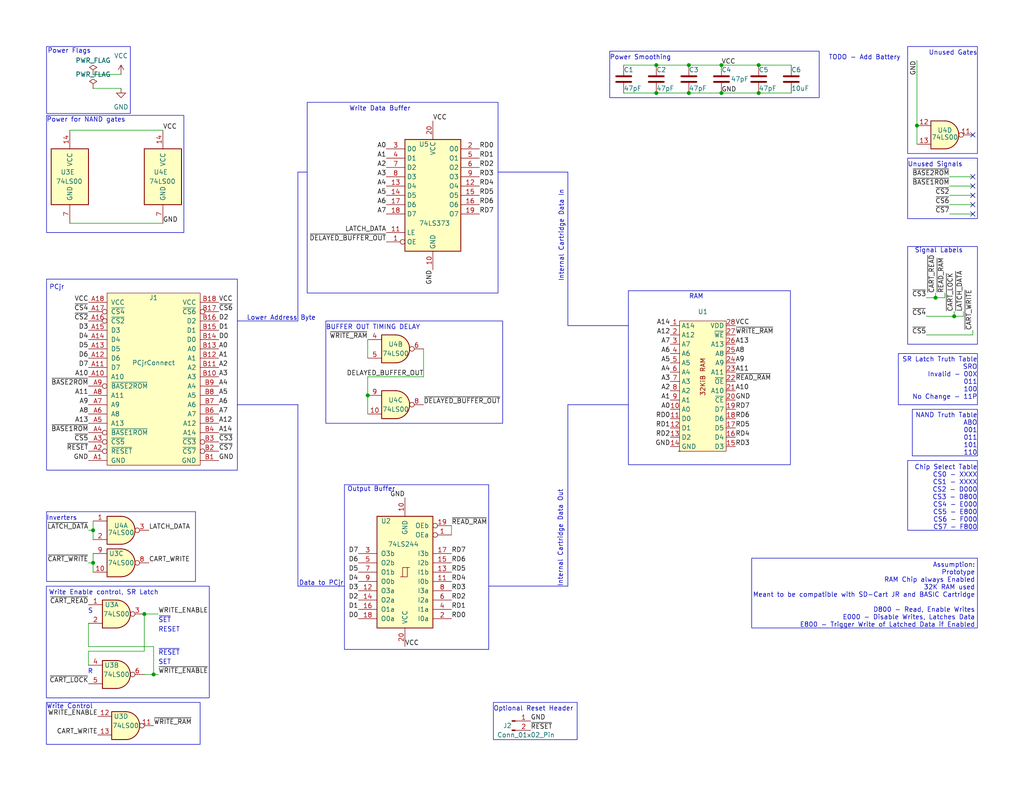
<source format=kicad_sch>
(kicad_sch (version 20230121) (generator eeschema)

  (uuid 5765b3a2-8f1b-4673-a537-b7150d574a72)

  (paper "USLetter")

  (title_block
    (title "PCjr Development RAM Cartridge")
    (date "2023-12-26")
    (rev "5")
    (company "RetroByten Engineering")
  )

  (lib_symbols
    (symbol "74xx:74LS00" (pin_names (offset 1.016)) (in_bom yes) (on_board yes)
      (property "Reference" "U" (at 0 1.27 0)
        (effects (font (size 1.27 1.27)))
      )
      (property "Value" "74LS00" (at 0 -1.27 0)
        (effects (font (size 1.27 1.27)))
      )
      (property "Footprint" "" (at 0 0 0)
        (effects (font (size 1.27 1.27)) hide)
      )
      (property "Datasheet" "http://www.ti.com/lit/gpn/sn74ls00" (at 0 0 0)
        (effects (font (size 1.27 1.27)) hide)
      )
      (property "ki_locked" "" (at 0 0 0)
        (effects (font (size 1.27 1.27)))
      )
      (property "ki_keywords" "TTL nand 2-input" (at 0 0 0)
        (effects (font (size 1.27 1.27)) hide)
      )
      (property "ki_description" "quad 2-input NAND gate" (at 0 0 0)
        (effects (font (size 1.27 1.27)) hide)
      )
      (property "ki_fp_filters" "DIP*W7.62mm* SO14*" (at 0 0 0)
        (effects (font (size 1.27 1.27)) hide)
      )
      (symbol "74LS00_1_1"
        (arc (start 0 -3.81) (mid 3.7934 0) (end 0 3.81)
          (stroke (width 0.254) (type default))
          (fill (type background))
        )
        (polyline
          (pts
            (xy 0 3.81)
            (xy -3.81 3.81)
            (xy -3.81 -3.81)
            (xy 0 -3.81)
          )
          (stroke (width 0.254) (type default))
          (fill (type background))
        )
        (pin input line (at -7.62 2.54 0) (length 3.81)
          (name "~" (effects (font (size 1.27 1.27))))
          (number "1" (effects (font (size 1.27 1.27))))
        )
        (pin input line (at -7.62 -2.54 0) (length 3.81)
          (name "~" (effects (font (size 1.27 1.27))))
          (number "2" (effects (font (size 1.27 1.27))))
        )
        (pin output inverted (at 7.62 0 180) (length 3.81)
          (name "~" (effects (font (size 1.27 1.27))))
          (number "3" (effects (font (size 1.27 1.27))))
        )
      )
      (symbol "74LS00_1_2"
        (arc (start -3.81 -3.81) (mid -2.589 0) (end -3.81 3.81)
          (stroke (width 0.254) (type default))
          (fill (type none))
        )
        (arc (start -0.6096 -3.81) (mid 2.1842 -2.5851) (end 3.81 0)
          (stroke (width 0.254) (type default))
          (fill (type background))
        )
        (polyline
          (pts
            (xy -3.81 -3.81)
            (xy -0.635 -3.81)
          )
          (stroke (width 0.254) (type default))
          (fill (type background))
        )
        (polyline
          (pts
            (xy -3.81 3.81)
            (xy -0.635 3.81)
          )
          (stroke (width 0.254) (type default))
          (fill (type background))
        )
        (polyline
          (pts
            (xy -0.635 3.81)
            (xy -3.81 3.81)
            (xy -3.81 3.81)
            (xy -3.556 3.4036)
            (xy -3.0226 2.2606)
            (xy -2.6924 1.0414)
            (xy -2.6162 -0.254)
            (xy -2.7686 -1.4986)
            (xy -3.175 -2.7178)
            (xy -3.81 -3.81)
            (xy -3.81 -3.81)
            (xy -0.635 -3.81)
          )
          (stroke (width -25.4) (type default))
          (fill (type background))
        )
        (arc (start 3.81 0) (mid 2.1915 2.5936) (end -0.6096 3.81)
          (stroke (width 0.254) (type default))
          (fill (type background))
        )
        (pin input inverted (at -7.62 2.54 0) (length 4.318)
          (name "~" (effects (font (size 1.27 1.27))))
          (number "1" (effects (font (size 1.27 1.27))))
        )
        (pin input inverted (at -7.62 -2.54 0) (length 4.318)
          (name "~" (effects (font (size 1.27 1.27))))
          (number "2" (effects (font (size 1.27 1.27))))
        )
        (pin output line (at 7.62 0 180) (length 3.81)
          (name "~" (effects (font (size 1.27 1.27))))
          (number "3" (effects (font (size 1.27 1.27))))
        )
      )
      (symbol "74LS00_2_1"
        (arc (start 0 -3.81) (mid 3.7934 0) (end 0 3.81)
          (stroke (width 0.254) (type default))
          (fill (type background))
        )
        (polyline
          (pts
            (xy 0 3.81)
            (xy -3.81 3.81)
            (xy -3.81 -3.81)
            (xy 0 -3.81)
          )
          (stroke (width 0.254) (type default))
          (fill (type background))
        )
        (pin input line (at -7.62 2.54 0) (length 3.81)
          (name "~" (effects (font (size 1.27 1.27))))
          (number "4" (effects (font (size 1.27 1.27))))
        )
        (pin input line (at -7.62 -2.54 0) (length 3.81)
          (name "~" (effects (font (size 1.27 1.27))))
          (number "5" (effects (font (size 1.27 1.27))))
        )
        (pin output inverted (at 7.62 0 180) (length 3.81)
          (name "~" (effects (font (size 1.27 1.27))))
          (number "6" (effects (font (size 1.27 1.27))))
        )
      )
      (symbol "74LS00_2_2"
        (arc (start -3.81 -3.81) (mid -2.589 0) (end -3.81 3.81)
          (stroke (width 0.254) (type default))
          (fill (type none))
        )
        (arc (start -0.6096 -3.81) (mid 2.1842 -2.5851) (end 3.81 0)
          (stroke (width 0.254) (type default))
          (fill (type background))
        )
        (polyline
          (pts
            (xy -3.81 -3.81)
            (xy -0.635 -3.81)
          )
          (stroke (width 0.254) (type default))
          (fill (type background))
        )
        (polyline
          (pts
            (xy -3.81 3.81)
            (xy -0.635 3.81)
          )
          (stroke (width 0.254) (type default))
          (fill (type background))
        )
        (polyline
          (pts
            (xy -0.635 3.81)
            (xy -3.81 3.81)
            (xy -3.81 3.81)
            (xy -3.556 3.4036)
            (xy -3.0226 2.2606)
            (xy -2.6924 1.0414)
            (xy -2.6162 -0.254)
            (xy -2.7686 -1.4986)
            (xy -3.175 -2.7178)
            (xy -3.81 -3.81)
            (xy -3.81 -3.81)
            (xy -0.635 -3.81)
          )
          (stroke (width -25.4) (type default))
          (fill (type background))
        )
        (arc (start 3.81 0) (mid 2.1915 2.5936) (end -0.6096 3.81)
          (stroke (width 0.254) (type default))
          (fill (type background))
        )
        (pin input inverted (at -7.62 2.54 0) (length 4.318)
          (name "~" (effects (font (size 1.27 1.27))))
          (number "4" (effects (font (size 1.27 1.27))))
        )
        (pin input inverted (at -7.62 -2.54 0) (length 4.318)
          (name "~" (effects (font (size 1.27 1.27))))
          (number "5" (effects (font (size 1.27 1.27))))
        )
        (pin output line (at 7.62 0 180) (length 3.81)
          (name "~" (effects (font (size 1.27 1.27))))
          (number "6" (effects (font (size 1.27 1.27))))
        )
      )
      (symbol "74LS00_3_1"
        (arc (start 0 -3.81) (mid 3.7934 0) (end 0 3.81)
          (stroke (width 0.254) (type default))
          (fill (type background))
        )
        (polyline
          (pts
            (xy 0 3.81)
            (xy -3.81 3.81)
            (xy -3.81 -3.81)
            (xy 0 -3.81)
          )
          (stroke (width 0.254) (type default))
          (fill (type background))
        )
        (pin input line (at -7.62 -2.54 0) (length 3.81)
          (name "~" (effects (font (size 1.27 1.27))))
          (number "10" (effects (font (size 1.27 1.27))))
        )
        (pin output inverted (at 7.62 0 180) (length 3.81)
          (name "~" (effects (font (size 1.27 1.27))))
          (number "8" (effects (font (size 1.27 1.27))))
        )
        (pin input line (at -7.62 2.54 0) (length 3.81)
          (name "~" (effects (font (size 1.27 1.27))))
          (number "9" (effects (font (size 1.27 1.27))))
        )
      )
      (symbol "74LS00_3_2"
        (arc (start -3.81 -3.81) (mid -2.589 0) (end -3.81 3.81)
          (stroke (width 0.254) (type default))
          (fill (type none))
        )
        (arc (start -0.6096 -3.81) (mid 2.1842 -2.5851) (end 3.81 0)
          (stroke (width 0.254) (type default))
          (fill (type background))
        )
        (polyline
          (pts
            (xy -3.81 -3.81)
            (xy -0.635 -3.81)
          )
          (stroke (width 0.254) (type default))
          (fill (type background))
        )
        (polyline
          (pts
            (xy -3.81 3.81)
            (xy -0.635 3.81)
          )
          (stroke (width 0.254) (type default))
          (fill (type background))
        )
        (polyline
          (pts
            (xy -0.635 3.81)
            (xy -3.81 3.81)
            (xy -3.81 3.81)
            (xy -3.556 3.4036)
            (xy -3.0226 2.2606)
            (xy -2.6924 1.0414)
            (xy -2.6162 -0.254)
            (xy -2.7686 -1.4986)
            (xy -3.175 -2.7178)
            (xy -3.81 -3.81)
            (xy -3.81 -3.81)
            (xy -0.635 -3.81)
          )
          (stroke (width -25.4) (type default))
          (fill (type background))
        )
        (arc (start 3.81 0) (mid 2.1915 2.5936) (end -0.6096 3.81)
          (stroke (width 0.254) (type default))
          (fill (type background))
        )
        (pin input inverted (at -7.62 -2.54 0) (length 4.318)
          (name "~" (effects (font (size 1.27 1.27))))
          (number "10" (effects (font (size 1.27 1.27))))
        )
        (pin output line (at 7.62 0 180) (length 3.81)
          (name "~" (effects (font (size 1.27 1.27))))
          (number "8" (effects (font (size 1.27 1.27))))
        )
        (pin input inverted (at -7.62 2.54 0) (length 4.318)
          (name "~" (effects (font (size 1.27 1.27))))
          (number "9" (effects (font (size 1.27 1.27))))
        )
      )
      (symbol "74LS00_4_1"
        (arc (start 0 -3.81) (mid 3.7934 0) (end 0 3.81)
          (stroke (width 0.254) (type default))
          (fill (type background))
        )
        (polyline
          (pts
            (xy 0 3.81)
            (xy -3.81 3.81)
            (xy -3.81 -3.81)
            (xy 0 -3.81)
          )
          (stroke (width 0.254) (type default))
          (fill (type background))
        )
        (pin output inverted (at 7.62 0 180) (length 3.81)
          (name "~" (effects (font (size 1.27 1.27))))
          (number "11" (effects (font (size 1.27 1.27))))
        )
        (pin input line (at -7.62 2.54 0) (length 3.81)
          (name "~" (effects (font (size 1.27 1.27))))
          (number "12" (effects (font (size 1.27 1.27))))
        )
        (pin input line (at -7.62 -2.54 0) (length 3.81)
          (name "~" (effects (font (size 1.27 1.27))))
          (number "13" (effects (font (size 1.27 1.27))))
        )
      )
      (symbol "74LS00_4_2"
        (arc (start -3.81 -3.81) (mid -2.589 0) (end -3.81 3.81)
          (stroke (width 0.254) (type default))
          (fill (type none))
        )
        (arc (start -0.6096 -3.81) (mid 2.1842 -2.5851) (end 3.81 0)
          (stroke (width 0.254) (type default))
          (fill (type background))
        )
        (polyline
          (pts
            (xy -3.81 -3.81)
            (xy -0.635 -3.81)
          )
          (stroke (width 0.254) (type default))
          (fill (type background))
        )
        (polyline
          (pts
            (xy -3.81 3.81)
            (xy -0.635 3.81)
          )
          (stroke (width 0.254) (type default))
          (fill (type background))
        )
        (polyline
          (pts
            (xy -0.635 3.81)
            (xy -3.81 3.81)
            (xy -3.81 3.81)
            (xy -3.556 3.4036)
            (xy -3.0226 2.2606)
            (xy -2.6924 1.0414)
            (xy -2.6162 -0.254)
            (xy -2.7686 -1.4986)
            (xy -3.175 -2.7178)
            (xy -3.81 -3.81)
            (xy -3.81 -3.81)
            (xy -0.635 -3.81)
          )
          (stroke (width -25.4) (type default))
          (fill (type background))
        )
        (arc (start 3.81 0) (mid 2.1915 2.5936) (end -0.6096 3.81)
          (stroke (width 0.254) (type default))
          (fill (type background))
        )
        (pin output line (at 7.62 0 180) (length 3.81)
          (name "~" (effects (font (size 1.27 1.27))))
          (number "11" (effects (font (size 1.27 1.27))))
        )
        (pin input inverted (at -7.62 2.54 0) (length 4.318)
          (name "~" (effects (font (size 1.27 1.27))))
          (number "12" (effects (font (size 1.27 1.27))))
        )
        (pin input inverted (at -7.62 -2.54 0) (length 4.318)
          (name "~" (effects (font (size 1.27 1.27))))
          (number "13" (effects (font (size 1.27 1.27))))
        )
      )
      (symbol "74LS00_5_0"
        (pin power_in line (at 0 12.7 270) (length 5.08)
          (name "VCC" (effects (font (size 1.27 1.27))))
          (number "14" (effects (font (size 1.27 1.27))))
        )
        (pin power_in line (at 0 -12.7 90) (length 5.08)
          (name "GND" (effects (font (size 1.27 1.27))))
          (number "7" (effects (font (size 1.27 1.27))))
        )
      )
      (symbol "74LS00_5_1"
        (rectangle (start -5.08 7.62) (end 5.08 -7.62)
          (stroke (width 0.254) (type default))
          (fill (type background))
        )
      )
    )
    (symbol "74xx:74LS244" (pin_names (offset 1.016)) (in_bom yes) (on_board yes)
      (property "Reference" "U" (at -7.62 16.51 0)
        (effects (font (size 1.27 1.27)))
      )
      (property "Value" "74LS244" (at -7.62 -16.51 0)
        (effects (font (size 1.27 1.27)))
      )
      (property "Footprint" "" (at 0 0 0)
        (effects (font (size 1.27 1.27)) hide)
      )
      (property "Datasheet" "http://www.ti.com/lit/ds/symlink/sn74ls244.pdf" (at 0 0 0)
        (effects (font (size 1.27 1.27)) hide)
      )
      (property "ki_keywords" "7400 logic ttl low power schottky" (at 0 0 0)
        (effects (font (size 1.27 1.27)) hide)
      )
      (property "ki_description" "Octal Buffer and Line Driver With 3-State Output, active-low enables, non-inverting outputs" (at 0 0 0)
        (effects (font (size 1.27 1.27)) hide)
      )
      (property "ki_fp_filters" "DIP?20*" (at 0 0 0)
        (effects (font (size 1.27 1.27)) hide)
      )
      (symbol "74LS244_1_0"
        (polyline
          (pts
            (xy -0.635 -1.27)
            (xy -0.635 1.27)
            (xy 0.635 1.27)
          )
          (stroke (width 0) (type default))
          (fill (type none))
        )
        (polyline
          (pts
            (xy -1.27 -1.27)
            (xy 0.635 -1.27)
            (xy 0.635 1.27)
            (xy 1.27 1.27)
          )
          (stroke (width 0) (type default))
          (fill (type none))
        )
        (pin input inverted (at -12.7 -10.16 0) (length 5.08)
          (name "OEa" (effects (font (size 1.27 1.27))))
          (number "1" (effects (font (size 1.27 1.27))))
        )
        (pin power_in line (at 0 -20.32 90) (length 5.08)
          (name "GND" (effects (font (size 1.27 1.27))))
          (number "10" (effects (font (size 1.27 1.27))))
        )
        (pin input line (at -12.7 2.54 0) (length 5.08)
          (name "I0b" (effects (font (size 1.27 1.27))))
          (number "11" (effects (font (size 1.27 1.27))))
        )
        (pin tri_state line (at 12.7 5.08 180) (length 5.08)
          (name "O3a" (effects (font (size 1.27 1.27))))
          (number "12" (effects (font (size 1.27 1.27))))
        )
        (pin input line (at -12.7 0 0) (length 5.08)
          (name "I1b" (effects (font (size 1.27 1.27))))
          (number "13" (effects (font (size 1.27 1.27))))
        )
        (pin tri_state line (at 12.7 7.62 180) (length 5.08)
          (name "O2a" (effects (font (size 1.27 1.27))))
          (number "14" (effects (font (size 1.27 1.27))))
        )
        (pin input line (at -12.7 -2.54 0) (length 5.08)
          (name "I2b" (effects (font (size 1.27 1.27))))
          (number "15" (effects (font (size 1.27 1.27))))
        )
        (pin tri_state line (at 12.7 10.16 180) (length 5.08)
          (name "O1a" (effects (font (size 1.27 1.27))))
          (number "16" (effects (font (size 1.27 1.27))))
        )
        (pin input line (at -12.7 -5.08 0) (length 5.08)
          (name "I3b" (effects (font (size 1.27 1.27))))
          (number "17" (effects (font (size 1.27 1.27))))
        )
        (pin tri_state line (at 12.7 12.7 180) (length 5.08)
          (name "O0a" (effects (font (size 1.27 1.27))))
          (number "18" (effects (font (size 1.27 1.27))))
        )
        (pin input inverted (at -12.7 -12.7 0) (length 5.08)
          (name "OEb" (effects (font (size 1.27 1.27))))
          (number "19" (effects (font (size 1.27 1.27))))
        )
        (pin input line (at -12.7 12.7 0) (length 5.08)
          (name "I0a" (effects (font (size 1.27 1.27))))
          (number "2" (effects (font (size 1.27 1.27))))
        )
        (pin power_in line (at 0 20.32 270) (length 5.08)
          (name "VCC" (effects (font (size 1.27 1.27))))
          (number "20" (effects (font (size 1.27 1.27))))
        )
        (pin tri_state line (at 12.7 -5.08 180) (length 5.08)
          (name "O3b" (effects (font (size 1.27 1.27))))
          (number "3" (effects (font (size 1.27 1.27))))
        )
        (pin input line (at -12.7 10.16 0) (length 5.08)
          (name "I1a" (effects (font (size 1.27 1.27))))
          (number "4" (effects (font (size 1.27 1.27))))
        )
        (pin tri_state line (at 12.7 -2.54 180) (length 5.08)
          (name "O2b" (effects (font (size 1.27 1.27))))
          (number "5" (effects (font (size 1.27 1.27))))
        )
        (pin input line (at -12.7 7.62 0) (length 5.08)
          (name "I2a" (effects (font (size 1.27 1.27))))
          (number "6" (effects (font (size 1.27 1.27))))
        )
        (pin tri_state line (at 12.7 0 180) (length 5.08)
          (name "O1b" (effects (font (size 1.27 1.27))))
          (number "7" (effects (font (size 1.27 1.27))))
        )
        (pin input line (at -12.7 5.08 0) (length 5.08)
          (name "I3a" (effects (font (size 1.27 1.27))))
          (number "8" (effects (font (size 1.27 1.27))))
        )
        (pin tri_state line (at 12.7 2.54 180) (length 5.08)
          (name "O0b" (effects (font (size 1.27 1.27))))
          (number "9" (effects (font (size 1.27 1.27))))
        )
      )
      (symbol "74LS244_1_1"
        (rectangle (start -7.62 15.24) (end 7.62 -15.24)
          (stroke (width 0.254) (type default))
          (fill (type background))
        )
      )
    )
    (symbol "74xx:74LS373" (in_bom yes) (on_board yes)
      (property "Reference" "U" (at -7.62 16.51 0)
        (effects (font (size 1.27 1.27)))
      )
      (property "Value" "74LS373" (at -7.62 -16.51 0)
        (effects (font (size 1.27 1.27)))
      )
      (property "Footprint" "" (at 0 0 0)
        (effects (font (size 1.27 1.27)) hide)
      )
      (property "Datasheet" "http://www.ti.com/lit/gpn/sn74LS373" (at 0 0 0)
        (effects (font (size 1.27 1.27)) hide)
      )
      (property "ki_keywords" "TTL REG DFF DFF8 LATCH" (at 0 0 0)
        (effects (font (size 1.27 1.27)) hide)
      )
      (property "ki_description" "8-bit Latch, 3-state outputs" (at 0 0 0)
        (effects (font (size 1.27 1.27)) hide)
      )
      (property "ki_fp_filters" "DIP?20* SOIC?20* SO?20* SSOP?20* TSSOP?20*" (at 0 0 0)
        (effects (font (size 1.27 1.27)) hide)
      )
      (symbol "74LS373_1_0"
        (pin input inverted (at -12.7 -12.7 0) (length 5.08)
          (name "OE" (effects (font (size 1.27 1.27))))
          (number "1" (effects (font (size 1.27 1.27))))
        )
        (pin power_in line (at 0 -20.32 90) (length 5.08)
          (name "GND" (effects (font (size 1.27 1.27))))
          (number "10" (effects (font (size 1.27 1.27))))
        )
        (pin input line (at -12.7 -10.16 0) (length 5.08)
          (name "LE" (effects (font (size 1.27 1.27))))
          (number "11" (effects (font (size 1.27 1.27))))
        )
        (pin tri_state line (at 12.7 2.54 180) (length 5.08)
          (name "O4" (effects (font (size 1.27 1.27))))
          (number "12" (effects (font (size 1.27 1.27))))
        )
        (pin input line (at -12.7 2.54 0) (length 5.08)
          (name "D4" (effects (font (size 1.27 1.27))))
          (number "13" (effects (font (size 1.27 1.27))))
        )
        (pin input line (at -12.7 0 0) (length 5.08)
          (name "D5" (effects (font (size 1.27 1.27))))
          (number "14" (effects (font (size 1.27 1.27))))
        )
        (pin tri_state line (at 12.7 0 180) (length 5.08)
          (name "O5" (effects (font (size 1.27 1.27))))
          (number "15" (effects (font (size 1.27 1.27))))
        )
        (pin tri_state line (at 12.7 -2.54 180) (length 5.08)
          (name "O6" (effects (font (size 1.27 1.27))))
          (number "16" (effects (font (size 1.27 1.27))))
        )
        (pin input line (at -12.7 -2.54 0) (length 5.08)
          (name "D6" (effects (font (size 1.27 1.27))))
          (number "17" (effects (font (size 1.27 1.27))))
        )
        (pin input line (at -12.7 -5.08 0) (length 5.08)
          (name "D7" (effects (font (size 1.27 1.27))))
          (number "18" (effects (font (size 1.27 1.27))))
        )
        (pin tri_state line (at 12.7 -5.08 180) (length 5.08)
          (name "O7" (effects (font (size 1.27 1.27))))
          (number "19" (effects (font (size 1.27 1.27))))
        )
        (pin tri_state line (at 12.7 12.7 180) (length 5.08)
          (name "O0" (effects (font (size 1.27 1.27))))
          (number "2" (effects (font (size 1.27 1.27))))
        )
        (pin power_in line (at 0 20.32 270) (length 5.08)
          (name "VCC" (effects (font (size 1.27 1.27))))
          (number "20" (effects (font (size 1.27 1.27))))
        )
        (pin input line (at -12.7 12.7 0) (length 5.08)
          (name "D0" (effects (font (size 1.27 1.27))))
          (number "3" (effects (font (size 1.27 1.27))))
        )
        (pin input line (at -12.7 10.16 0) (length 5.08)
          (name "D1" (effects (font (size 1.27 1.27))))
          (number "4" (effects (font (size 1.27 1.27))))
        )
        (pin tri_state line (at 12.7 10.16 180) (length 5.08)
          (name "O1" (effects (font (size 1.27 1.27))))
          (number "5" (effects (font (size 1.27 1.27))))
        )
        (pin tri_state line (at 12.7 7.62 180) (length 5.08)
          (name "O2" (effects (font (size 1.27 1.27))))
          (number "6" (effects (font (size 1.27 1.27))))
        )
        (pin input line (at -12.7 7.62 0) (length 5.08)
          (name "D2" (effects (font (size 1.27 1.27))))
          (number "7" (effects (font (size 1.27 1.27))))
        )
        (pin input line (at -12.7 5.08 0) (length 5.08)
          (name "D3" (effects (font (size 1.27 1.27))))
          (number "8" (effects (font (size 1.27 1.27))))
        )
        (pin tri_state line (at 12.7 5.08 180) (length 5.08)
          (name "O3" (effects (font (size 1.27 1.27))))
          (number "9" (effects (font (size 1.27 1.27))))
        )
      )
      (symbol "74LS373_1_1"
        (rectangle (start -7.62 15.24) (end 7.62 -15.24)
          (stroke (width 0.254) (type default))
          (fill (type background))
        )
      )
    )
    (symbol "Connector:Conn_01x02_Pin" (pin_names (offset 1.016) hide) (in_bom yes) (on_board yes)
      (property "Reference" "J" (at 0 2.54 0)
        (effects (font (size 1.27 1.27)))
      )
      (property "Value" "Conn_01x02_Pin" (at 0 -5.08 0)
        (effects (font (size 1.27 1.27)))
      )
      (property "Footprint" "" (at 0 0 0)
        (effects (font (size 1.27 1.27)) hide)
      )
      (property "Datasheet" "~" (at 0 0 0)
        (effects (font (size 1.27 1.27)) hide)
      )
      (property "ki_locked" "" (at 0 0 0)
        (effects (font (size 1.27 1.27)))
      )
      (property "ki_keywords" "connector" (at 0 0 0)
        (effects (font (size 1.27 1.27)) hide)
      )
      (property "ki_description" "Generic connector, single row, 01x02, script generated" (at 0 0 0)
        (effects (font (size 1.27 1.27)) hide)
      )
      (property "ki_fp_filters" "Connector*:*_1x??_*" (at 0 0 0)
        (effects (font (size 1.27 1.27)) hide)
      )
      (symbol "Conn_01x02_Pin_1_1"
        (polyline
          (pts
            (xy 1.27 -2.54)
            (xy 0.8636 -2.54)
          )
          (stroke (width 0.1524) (type default))
          (fill (type none))
        )
        (polyline
          (pts
            (xy 1.27 0)
            (xy 0.8636 0)
          )
          (stroke (width 0.1524) (type default))
          (fill (type none))
        )
        (rectangle (start 0.8636 -2.413) (end 0 -2.667)
          (stroke (width 0.1524) (type default))
          (fill (type outline))
        )
        (rectangle (start 0.8636 0.127) (end 0 -0.127)
          (stroke (width 0.1524) (type default))
          (fill (type outline))
        )
        (pin passive line (at 5.08 0 180) (length 3.81)
          (name "Pin_1" (effects (font (size 1.27 1.27))))
          (number "1" (effects (font (size 1.27 1.27))))
        )
        (pin passive line (at 5.08 -2.54 180) (length 3.81)
          (name "Pin_2" (effects (font (size 1.27 1.27))))
          (number "2" (effects (font (size 1.27 1.27))))
        )
      )
    )
    (symbol "Device:C" (pin_numbers hide) (pin_names (offset 0.254)) (in_bom yes) (on_board yes)
      (property "Reference" "C" (at 0.635 2.54 0)
        (effects (font (size 1.27 1.27)) (justify left))
      )
      (property "Value" "C" (at 0.635 -2.54 0)
        (effects (font (size 1.27 1.27)) (justify left))
      )
      (property "Footprint" "" (at 0.9652 -3.81 0)
        (effects (font (size 1.27 1.27)) hide)
      )
      (property "Datasheet" "~" (at 0 0 0)
        (effects (font (size 1.27 1.27)) hide)
      )
      (property "ki_keywords" "cap capacitor" (at 0 0 0)
        (effects (font (size 1.27 1.27)) hide)
      )
      (property "ki_description" "Unpolarized capacitor" (at 0 0 0)
        (effects (font (size 1.27 1.27)) hide)
      )
      (property "ki_fp_filters" "C_*" (at 0 0 0)
        (effects (font (size 1.27 1.27)) hide)
      )
      (symbol "C_0_1"
        (polyline
          (pts
            (xy -2.032 -0.762)
            (xy 2.032 -0.762)
          )
          (stroke (width 0.508) (type default))
          (fill (type none))
        )
        (polyline
          (pts
            (xy -2.032 0.762)
            (xy 2.032 0.762)
          )
          (stroke (width 0.508) (type default))
          (fill (type none))
        )
      )
      (symbol "C_1_1"
        (pin passive line (at 0 3.81 270) (length 2.794)
          (name "~" (effects (font (size 1.27 1.27))))
          (number "1" (effects (font (size 1.27 1.27))))
        )
        (pin passive line (at 0 -3.81 90) (length 2.794)
          (name "~" (effects (font (size 1.27 1.27))))
          (number "2" (effects (font (size 1.27 1.27))))
        )
      )
    )
    (symbol "PCjr_PROTO_RAM_CART_symbol_lib:32KiB_Ram" (in_bom yes) (on_board yes)
      (property "Reference" "U" (at 6.35 -1.27 0)
        (effects (font (size 1.27 1.27)))
      )
      (property "Value" "" (at 0 0 0)
        (effects (font (size 1.27 1.27)))
      )
      (property "Footprint" "Package_SO:SOIC-28W_7.5x17.9mm_P1.27mm" (at 3.81 -3.81 0)
        (effects (font (size 1.27 1.27)) hide)
      )
      (property "Datasheet" "" (at 0 0 0)
        (effects (font (size 1.27 1.27)) hide)
      )
      (symbol "32KiB_Ram_1_1"
        (rectangle (start 0 35.56) (end 12.7 0)
          (stroke (width 0) (type default))
          (fill (type background))
        )
        (text "32KiB RAM" (at 6.35 20.32 900)
          (effects (font (size 1.27 1.27)))
        )
        (pin input line (at -2.54 34.29 0) (length 2.54)
          (name "A14" (effects (font (size 1.27 1.27))))
          (number "1" (effects (font (size 1.27 1.27))))
        )
        (pin input line (at -2.54 11.43 0) (length 2.54)
          (name "A0" (effects (font (size 1.27 1.27))))
          (number "10" (effects (font (size 1.27 1.27))))
        )
        (pin bidirectional line (at -2.54 8.89 0) (length 2.54)
          (name "D0" (effects (font (size 1.27 1.27))))
          (number "11" (effects (font (size 1.27 1.27))))
        )
        (pin bidirectional line (at -2.54 6.35 0) (length 2.54)
          (name "D1" (effects (font (size 1.27 1.27))))
          (number "12" (effects (font (size 1.27 1.27))))
        )
        (pin bidirectional line (at -2.54 3.81 0) (length 2.54)
          (name "D2" (effects (font (size 1.27 1.27))))
          (number "13" (effects (font (size 1.27 1.27))))
        )
        (pin passive line (at -2.54 1.27 0) (length 2.54)
          (name "GND" (effects (font (size 1.27 1.27))))
          (number "14" (effects (font (size 1.27 1.27))))
        )
        (pin bidirectional line (at 15.24 1.27 180) (length 2.54)
          (name "D3" (effects (font (size 1.27 1.27))))
          (number "15" (effects (font (size 1.27 1.27))))
        )
        (pin bidirectional line (at 15.24 3.81 180) (length 2.54)
          (name "D4" (effects (font (size 1.27 1.27))))
          (number "16" (effects (font (size 1.27 1.27))))
        )
        (pin bidirectional line (at 15.24 6.35 180) (length 2.54)
          (name "D5" (effects (font (size 1.27 1.27))))
          (number "17" (effects (font (size 1.27 1.27))))
        )
        (pin bidirectional line (at 15.24 8.89 180) (length 2.54)
          (name "D6" (effects (font (size 1.27 1.27))))
          (number "18" (effects (font (size 1.27 1.27))))
        )
        (pin bidirectional line (at 15.24 11.43 180) (length 2.54)
          (name "D7" (effects (font (size 1.27 1.27))))
          (number "19" (effects (font (size 1.27 1.27))))
        )
        (pin input line (at -2.54 31.75 0) (length 2.54)
          (name "A12" (effects (font (size 1.27 1.27))))
          (number "2" (effects (font (size 1.27 1.27))))
        )
        (pin passive line (at 15.24 13.97 180) (length 2.54)
          (name "~{CE}" (effects (font (size 1.27 1.27))))
          (number "20" (effects (font (size 1.27 1.27))))
        )
        (pin passive line (at 15.24 16.51 180) (length 2.54)
          (name "A10" (effects (font (size 1.27 1.27))))
          (number "21" (effects (font (size 1.27 1.27))))
        )
        (pin passive line (at 15.24 19.05 180) (length 2.54)
          (name "~{OE}" (effects (font (size 1.27 1.27))))
          (number "22" (effects (font (size 1.27 1.27))))
        )
        (pin passive line (at 15.24 21.59 180) (length 2.54)
          (name "A11" (effects (font (size 1.27 1.27))))
          (number "23" (effects (font (size 1.27 1.27))))
        )
        (pin passive line (at 15.24 24.13 180) (length 2.54)
          (name "A9" (effects (font (size 1.27 1.27))))
          (number "24" (effects (font (size 1.27 1.27))))
        )
        (pin passive line (at 15.24 26.67 180) (length 2.54)
          (name "A8" (effects (font (size 1.27 1.27))))
          (number "25" (effects (font (size 1.27 1.27))))
        )
        (pin passive line (at 15.24 29.21 180) (length 2.54)
          (name "A13" (effects (font (size 1.27 1.27))))
          (number "26" (effects (font (size 1.27 1.27))))
        )
        (pin input line (at 15.24 31.75 180) (length 2.54)
          (name "~{WE}" (effects (font (size 1.27 1.27))))
          (number "27" (effects (font (size 1.27 1.27))))
        )
        (pin passive line (at 15.24 34.29 180) (length 2.54)
          (name "VDD" (effects (font (size 1.27 1.27))))
          (number "28" (effects (font (size 1.27 1.27))))
        )
        (pin input line (at -2.54 29.21 0) (length 2.54)
          (name "A7" (effects (font (size 1.27 1.27))))
          (number "3" (effects (font (size 1.27 1.27))))
        )
        (pin input line (at -2.54 26.67 0) (length 2.54)
          (name "A6" (effects (font (size 1.27 1.27))))
          (number "4" (effects (font (size 1.27 1.27))))
        )
        (pin input line (at -2.54 24.13 0) (length 2.54)
          (name "A5" (effects (font (size 1.27 1.27))))
          (number "5" (effects (font (size 1.27 1.27))))
        )
        (pin input line (at -2.54 21.59 0) (length 2.54)
          (name "A4" (effects (font (size 1.27 1.27))))
          (number "6" (effects (font (size 1.27 1.27))))
        )
        (pin input line (at -2.54 19.05 0) (length 2.54)
          (name "A3" (effects (font (size 1.27 1.27))))
          (number "7" (effects (font (size 1.27 1.27))))
        )
        (pin input line (at -2.54 16.51 0) (length 2.54)
          (name "A2" (effects (font (size 1.27 1.27))))
          (number "8" (effects (font (size 1.27 1.27))))
        )
        (pin input line (at -2.54 13.97 0) (length 2.54)
          (name "A1" (effects (font (size 1.27 1.27))))
          (number "9" (effects (font (size 1.27 1.27))))
        )
      )
    )
    (symbol "PCjr_PROTO_RAM_CART_symbol_lib:PCjrConnect" (pin_names (offset 1.016)) (in_bom yes) (on_board yes)
      (property "Reference" "J" (at 33.02 12.7 0)
        (effects (font (size 1.27 1.27)))
      )
      (property "Value" "PCjrConnect" (at 21.59 12.7 0)
        (effects (font (size 1.27 1.27)))
      )
      (property "Footprint" "PCjr_PROTO_RAM_CART_footprint_lib:PCjrConnect" (at 22.86 -16.51 0)
        (effects (font (size 1.27 1.27)))
      )
      (property "Datasheet" "" (at 0 0 0)
        (effects (font (size 1.27 1.27)) hide)
      )
      (symbol "PCjrConnect_0_1"
        (rectangle (start 0 25.4) (end 46.99 0)
          (stroke (width 0) (type solid))
          (fill (type background))
        )
      )
      (symbol "PCjrConnect_1_1"
        (pin passive line (at 1.27 30.48 270) (length 5.08)
          (name "GND" (effects (font (size 1.27 1.27))))
          (number "A1" (effects (font (size 1.27 1.27))))
        )
        (pin bidirectional line (at 24.13 30.48 270) (length 5.08)
          (name "A10" (effects (font (size 1.27 1.27))))
          (number "A10" (effects (font (size 1.27 1.27))))
        )
        (pin bidirectional line (at 26.67 30.48 270) (length 5.08)
          (name "D7" (effects (font (size 1.27 1.27))))
          (number "A11" (effects (font (size 1.27 1.27))))
        )
        (pin bidirectional line (at 29.21 30.48 270) (length 5.08)
          (name "D6" (effects (font (size 1.27 1.27))))
          (number "A12" (effects (font (size 1.27 1.27))))
        )
        (pin bidirectional line (at 31.75 30.48 270) (length 5.08)
          (name "D5" (effects (font (size 1.27 1.27))))
          (number "A13" (effects (font (size 1.27 1.27))))
        )
        (pin bidirectional line (at 34.29 30.48 270) (length 5.08)
          (name "D4" (effects (font (size 1.27 1.27))))
          (number "A14" (effects (font (size 1.27 1.27))))
        )
        (pin bidirectional line (at 36.83 30.48 270) (length 5.08)
          (name "D3" (effects (font (size 1.27 1.27))))
          (number "A15" (effects (font (size 1.27 1.27))))
        )
        (pin bidirectional inverted (at 39.37 30.48 270) (length 5.08)
          (name "~{CS2}" (effects (font (size 1.27 1.27))))
          (number "A16" (effects (font (size 1.27 1.27))))
        )
        (pin bidirectional inverted (at 41.91 30.48 270) (length 5.08)
          (name "~{CS4}" (effects (font (size 1.27 1.27))))
          (number "A17" (effects (font (size 1.27 1.27))))
        )
        (pin passive line (at 44.45 30.48 270) (length 5.08)
          (name "VCC" (effects (font (size 1.27 1.27))))
          (number "A18" (effects (font (size 1.27 1.27))))
        )
        (pin bidirectional inverted (at 3.81 30.48 270) (length 5.08)
          (name "~{RESET}" (effects (font (size 1.27 1.27))))
          (number "A2" (effects (font (size 1.27 1.27))))
        )
        (pin bidirectional inverted (at 6.35 30.48 270) (length 5.08)
          (name "~{CS5}" (effects (font (size 1.27 1.27))))
          (number "A3" (effects (font (size 1.27 1.27))))
        )
        (pin bidirectional inverted (at 8.89 30.48 270) (length 5.08)
          (name "~{BASE1ROM}" (effects (font (size 1.27 1.27))))
          (number "A4" (effects (font (size 1.27 1.27))))
        )
        (pin bidirectional line (at 11.43 30.48 270) (length 5.08)
          (name "A13" (effects (font (size 1.27 1.27))))
          (number "A5" (effects (font (size 1.27 1.27))))
        )
        (pin bidirectional line (at 13.97 30.48 270) (length 5.08)
          (name "A8" (effects (font (size 1.27 1.27))))
          (number "A6" (effects (font (size 1.27 1.27))))
        )
        (pin bidirectional line (at 16.51 30.48 270) (length 5.08)
          (name "A9" (effects (font (size 1.27 1.27))))
          (number "A7" (effects (font (size 1.27 1.27))))
        )
        (pin bidirectional line (at 19.05 30.48 270) (length 5.08)
          (name "A11" (effects (font (size 1.27 1.27))))
          (number "A8" (effects (font (size 1.27 1.27))))
        )
        (pin bidirectional inverted (at 21.59 30.48 270) (length 5.08)
          (name "~{BASE2ROM}" (effects (font (size 1.27 1.27))))
          (number "A9" (effects (font (size 1.27 1.27))))
        )
        (pin passive line (at 1.27 -5.08 90) (length 5.08)
          (name "GND" (effects (font (size 1.27 1.27))))
          (number "B1" (effects (font (size 1.27 1.27))))
        )
        (pin bidirectional line (at 24.13 -5.08 90) (length 5.08)
          (name "A3" (effects (font (size 1.27 1.27))))
          (number "B10" (effects (font (size 1.27 1.27))))
        )
        (pin bidirectional line (at 26.67 -5.08 90) (length 5.08)
          (name "A2" (effects (font (size 1.27 1.27))))
          (number "B11" (effects (font (size 1.27 1.27))))
        )
        (pin bidirectional line (at 29.21 -5.08 90) (length 5.08)
          (name "A1" (effects (font (size 1.27 1.27))))
          (number "B12" (effects (font (size 1.27 1.27))))
        )
        (pin bidirectional line (at 31.75 -5.08 90) (length 5.08)
          (name "A0" (effects (font (size 1.27 1.27))))
          (number "B13" (effects (font (size 1.27 1.27))))
        )
        (pin bidirectional line (at 34.29 -5.08 90) (length 5.08)
          (name "D0" (effects (font (size 1.27 1.27))))
          (number "B14" (effects (font (size 1.27 1.27))))
        )
        (pin bidirectional line (at 36.83 -5.08 90) (length 5.08)
          (name "D1" (effects (font (size 1.27 1.27))))
          (number "B15" (effects (font (size 1.27 1.27))))
        )
        (pin bidirectional line (at 39.37 -5.08 90) (length 5.08)
          (name "D2" (effects (font (size 1.27 1.27))))
          (number "B16" (effects (font (size 1.27 1.27))))
        )
        (pin bidirectional inverted (at 41.91 -5.08 90) (length 5.08)
          (name "~{CS6}" (effects (font (size 1.27 1.27))))
          (number "B17" (effects (font (size 1.27 1.27))))
        )
        (pin passive line (at 44.45 -5.08 90) (length 5.08)
          (name "VCC" (effects (font (size 1.27 1.27))))
          (number "B18" (effects (font (size 1.27 1.27))))
        )
        (pin bidirectional inverted (at 3.81 -5.08 90) (length 5.08)
          (name "~{CS7}" (effects (font (size 1.27 1.27))))
          (number "B2" (effects (font (size 1.27 1.27))))
        )
        (pin bidirectional inverted (at 6.35 -5.08 90) (length 5.08)
          (name "~{CS3}" (effects (font (size 1.27 1.27))))
          (number "B3" (effects (font (size 1.27 1.27))))
        )
        (pin bidirectional line (at 8.89 -5.08 90) (length 5.08)
          (name "A14" (effects (font (size 1.27 1.27))))
          (number "B4" (effects (font (size 1.27 1.27))))
        )
        (pin bidirectional line (at 11.43 -5.08 90) (length 5.08)
          (name "A12" (effects (font (size 1.27 1.27))))
          (number "B5" (effects (font (size 1.27 1.27))))
        )
        (pin bidirectional line (at 13.97 -5.08 90) (length 5.08)
          (name "A7" (effects (font (size 1.27 1.27))))
          (number "B6" (effects (font (size 1.27 1.27))))
        )
        (pin bidirectional line (at 16.51 -5.08 90) (length 5.08)
          (name "A6" (effects (font (size 1.27 1.27))))
          (number "B7" (effects (font (size 1.27 1.27))))
        )
        (pin bidirectional line (at 19.05 -5.08 90) (length 5.08)
          (name "A5" (effects (font (size 1.27 1.27))))
          (number "B8" (effects (font (size 1.27 1.27))))
        )
        (pin bidirectional line (at 21.59 -5.08 90) (length 5.08)
          (name "A4" (effects (font (size 1.27 1.27))))
          (number "B9" (effects (font (size 1.27 1.27))))
        )
      )
    )
    (symbol "power:GND" (power) (pin_names (offset 0)) (in_bom yes) (on_board yes)
      (property "Reference" "#PWR" (at 0 -6.35 0)
        (effects (font (size 1.27 1.27)) hide)
      )
      (property "Value" "GND" (at 0 -3.81 0)
        (effects (font (size 1.27 1.27)))
      )
      (property "Footprint" "" (at 0 0 0)
        (effects (font (size 1.27 1.27)) hide)
      )
      (property "Datasheet" "" (at 0 0 0)
        (effects (font (size 1.27 1.27)) hide)
      )
      (property "ki_keywords" "global power" (at 0 0 0)
        (effects (font (size 1.27 1.27)) hide)
      )
      (property "ki_description" "Power symbol creates a global label with name \"GND\" , ground" (at 0 0 0)
        (effects (font (size 1.27 1.27)) hide)
      )
      (symbol "GND_0_1"
        (polyline
          (pts
            (xy 0 0)
            (xy 0 -1.27)
            (xy 1.27 -1.27)
            (xy 0 -2.54)
            (xy -1.27 -1.27)
            (xy 0 -1.27)
          )
          (stroke (width 0) (type default))
          (fill (type none))
        )
      )
      (symbol "GND_1_1"
        (pin power_in line (at 0 0 270) (length 0) hide
          (name "GND" (effects (font (size 1.27 1.27))))
          (number "1" (effects (font (size 1.27 1.27))))
        )
      )
    )
    (symbol "power:PWR_FLAG" (power) (pin_numbers hide) (pin_names (offset 0) hide) (in_bom yes) (on_board yes)
      (property "Reference" "#FLG" (at 0 1.905 0)
        (effects (font (size 1.27 1.27)) hide)
      )
      (property "Value" "PWR_FLAG" (at 0 3.81 0)
        (effects (font (size 1.27 1.27)))
      )
      (property "Footprint" "" (at 0 0 0)
        (effects (font (size 1.27 1.27)) hide)
      )
      (property "Datasheet" "~" (at 0 0 0)
        (effects (font (size 1.27 1.27)) hide)
      )
      (property "ki_keywords" "flag power" (at 0 0 0)
        (effects (font (size 1.27 1.27)) hide)
      )
      (property "ki_description" "Special symbol for telling ERC where power comes from" (at 0 0 0)
        (effects (font (size 1.27 1.27)) hide)
      )
      (symbol "PWR_FLAG_0_0"
        (pin power_out line (at 0 0 90) (length 0)
          (name "pwr" (effects (font (size 1.27 1.27))))
          (number "1" (effects (font (size 1.27 1.27))))
        )
      )
      (symbol "PWR_FLAG_0_1"
        (polyline
          (pts
            (xy 0 0)
            (xy 0 1.27)
            (xy -1.016 1.905)
            (xy 0 2.54)
            (xy 1.016 1.905)
            (xy 0 1.27)
          )
          (stroke (width 0) (type default))
          (fill (type none))
        )
      )
    )
    (symbol "power:VCC" (power) (pin_names (offset 0)) (in_bom yes) (on_board yes)
      (property "Reference" "#PWR" (at 0 -3.81 0)
        (effects (font (size 1.27 1.27)) hide)
      )
      (property "Value" "VCC" (at 0 3.81 0)
        (effects (font (size 1.27 1.27)))
      )
      (property "Footprint" "" (at 0 0 0)
        (effects (font (size 1.27 1.27)) hide)
      )
      (property "Datasheet" "" (at 0 0 0)
        (effects (font (size 1.27 1.27)) hide)
      )
      (property "ki_keywords" "global power" (at 0 0 0)
        (effects (font (size 1.27 1.27)) hide)
      )
      (property "ki_description" "Power symbol creates a global label with name \"VCC\"" (at 0 0 0)
        (effects (font (size 1.27 1.27)) hide)
      )
      (symbol "VCC_0_1"
        (polyline
          (pts
            (xy -0.762 1.27)
            (xy 0 2.54)
          )
          (stroke (width 0) (type default))
          (fill (type none))
        )
        (polyline
          (pts
            (xy 0 0)
            (xy 0 2.54)
          )
          (stroke (width 0) (type default))
          (fill (type none))
        )
        (polyline
          (pts
            (xy 0 2.54)
            (xy 0.762 1.27)
          )
          (stroke (width 0) (type default))
          (fill (type none))
        )
      )
      (symbol "VCC_1_1"
        (pin power_in line (at 0 0 90) (length 0) hide
          (name "VCC" (effects (font (size 1.27 1.27))))
          (number "1" (effects (font (size 1.27 1.27))))
        )
      )
    )
  )

  (junction (at 25.4 144.78) (diameter 0) (color 0 0 0 0)
    (uuid 1e5eb5d9-01d4-4f82-953d-920c3ad334f2)
  )
  (junction (at 41.91 184.15) (diameter 0) (color 0 0 0 0)
    (uuid 3a7b7938-bd72-4db0-9d96-f396ef05bebd)
  )
  (junction (at 179.07 17.78) (diameter 0) (color 0 0 0 0)
    (uuid 43e0388b-db2d-4abd-b055-b2f96ec38f28)
  )
  (junction (at 179.07 25.4) (diameter 0) (color 0 0 0 0)
    (uuid 78a5dd6c-a866-4d82-8849-1c20d809898a)
  )
  (junction (at 250.19 34.29) (diameter 0) (color 0 0 0 0)
    (uuid 79913141-bd82-430d-9d8e-4b40c978296c)
  )
  (junction (at 187.96 17.78) (diameter 0) (color 0 0 0 0)
    (uuid 82d3293d-5646-4006-9a2b-3513fdf238bb)
  )
  (junction (at 25.4 153.67) (diameter 0) (color 0 0 0 0)
    (uuid 87cd6ea5-89e5-4406-9e99-61b8f7587ca2)
  )
  (junction (at 260.35 86.36) (diameter 0) (color 0 0 0 0)
    (uuid 8fe543aa-77c8-4be7-aa03-c11ee58068a4)
  )
  (junction (at 196.85 17.78) (diameter 0) (color 0 0 0 0)
    (uuid a0ed3a3a-8a19-4496-b1c7-af986a1bb9f7)
  )
  (junction (at 207.01 17.78) (diameter 0) (color 0 0 0 0)
    (uuid a80951be-5978-4ef9-924e-98bc05eb0600)
  )
  (junction (at 187.96 25.4) (diameter 0) (color 0 0 0 0)
    (uuid b2ed4f6b-eb4c-43e9-a9a2-fd9811dd4d92)
  )
  (junction (at 196.85 25.4) (diameter 0) (color 0 0 0 0)
    (uuid c1a26359-9fd4-4b04-bb36-d766af9e1c60)
  )
  (junction (at 255.27 81.28) (diameter 0) (color 0 0 0 0)
    (uuid cbc76f2a-3ce1-49bb-9278-b1f24a58dcf0)
  )
  (junction (at 207.01 25.4) (diameter 0) (color 0 0 0 0)
    (uuid faf90a83-4424-4d7b-bdf6-6d98e5f71d2c)
  )
  (junction (at 100.33 107.95) (diameter 0) (color 0 0 0 0)
    (uuid fb3eb737-1760-4599-8d26-16f64bd74655)
  )
  (junction (at 39.37 167.64) (diameter 0) (color 0 0 0 0)
    (uuid fff61b85-1626-4873-bcd6-6551c8cdfb88)
  )

  (no_connect (at 265.43 58.42) (uuid 001a890e-e5da-40a4-a8d0-cbf20f0d4a41))
  (no_connect (at 265.43 50.8) (uuid 1f8dd10f-f6f6-402b-b4d0-01b66da997f4))
  (no_connect (at 265.43 48.26) (uuid 300dce4e-19c8-404c-85c1-6904aa38dbfe))
  (no_connect (at 265.43 55.88) (uuid 37806ced-adf6-4d2a-9a8c-4c972b72f912))
  (no_connect (at 265.43 53.34) (uuid 846b4d75-c13c-4a06-afb7-c0d794c4b866))
  (no_connect (at 265.43 36.83) (uuid d8ed2546-d920-4bc9-816c-2e469e2512aa))

  (polyline (pts (xy 154.94 88.9) (xy 171.45 88.9))
    (stroke (width 0) (type default))
    (uuid 00a7af3c-64ec-48f1-8e0d-4db9df15e538)
  )

  (wire (pts (xy 207.01 17.78) (xy 215.9 17.78))
    (stroke (width 0) (type default))
    (uuid 0131ec9d-f99e-448e-a002-fc5271e72e9d)
  )
  (wire (pts (xy 19.05 60.96) (xy 44.45 60.96))
    (stroke (width 0) (type default))
    (uuid 046b6ca9-93a3-4bbc-8050-637a881e9813)
  )
  (wire (pts (xy 179.07 17.78) (xy 187.96 17.78))
    (stroke (width 0) (type default))
    (uuid 0a404d26-23a4-4919-a53f-1f05c0502c75)
  )
  (wire (pts (xy 100.33 107.95) (xy 100.33 102.87))
    (stroke (width 0) (type default))
    (uuid 0bff51d6-4a06-4f78-a3d2-06b12fea3df1)
  )
  (polyline (pts (xy 81.28 160.02) (xy 81.28 110.49))
    (stroke (width 0) (type default))
    (uuid 10979812-d10b-41b1-85b5-8c70e058ec7a)
  )

  (wire (pts (xy 179.07 25.4) (xy 187.96 25.4))
    (stroke (width 0) (type default))
    (uuid 10c5360a-1885-4662-a614-7aade2261f72)
  )
  (wire (pts (xy 24.13 153.67) (xy 25.4 153.67))
    (stroke (width 0) (type default))
    (uuid 154aee9e-ad5a-4a5f-bb7e-f02873c50ced)
  )
  (polyline (pts (xy 154.94 110.49) (xy 154.94 160.02))
    (stroke (width 0) (type default))
    (uuid 199ed6ef-28aa-4064-bbb0-ac6064798b12)
  )

  (wire (pts (xy 260.35 86.36) (xy 262.89 86.36))
    (stroke (width 0) (type default))
    (uuid 1dfa280a-2ab2-4613-b034-9527b116f9c9)
  )
  (wire (pts (xy 187.96 17.78) (xy 196.85 17.78))
    (stroke (width 0) (type default))
    (uuid 20a555e3-d794-4fd0-8bde-7b882924b8bf)
  )
  (wire (pts (xy 170.18 25.4) (xy 179.07 25.4))
    (stroke (width 0) (type default))
    (uuid 22139c77-2be3-43b7-a930-c6a24a4e2a86)
  )
  (wire (pts (xy 255.27 80.01) (xy 255.27 81.28))
    (stroke (width 0) (type default))
    (uuid 2c15656e-b09b-4b28-8a7d-245cb6104854)
  )
  (wire (pts (xy 25.4 20.32) (xy 33.02 20.32))
    (stroke (width 0) (type default))
    (uuid 2d7a25cf-4219-4fe1-bf57-68630c3ab994)
  )
  (wire (pts (xy 39.37 177.8) (xy 39.37 167.64))
    (stroke (width 0) (type default))
    (uuid 314e6ff3-7e57-4fec-a930-278070ca0487)
  )
  (wire (pts (xy 262.89 86.36) (xy 262.89 85.09))
    (stroke (width 0) (type default))
    (uuid 35d16744-6a54-4f1e-ac8c-000bc1612adb)
  )
  (wire (pts (xy 25.4 153.67) (xy 25.4 151.13))
    (stroke (width 0) (type default))
    (uuid 382764d2-4923-4366-bea0-bfe5a7b35275)
  )
  (wire (pts (xy 115.57 102.87) (xy 115.57 95.25))
    (stroke (width 0) (type default))
    (uuid 436bd806-3751-4273-9e01-8ce1b6baaf20)
  )
  (polyline (pts (xy 154.94 110.49) (xy 171.45 110.49))
    (stroke (width 0) (type default))
    (uuid 443e9b2f-3e9d-4abb-837e-3f6270bcf294)
  )

  (wire (pts (xy 250.19 34.29) (xy 250.19 39.37))
    (stroke (width 0) (type default))
    (uuid 4497f54d-293c-4209-b9dd-cc458a13dc9f)
  )
  (wire (pts (xy 25.4 142.24) (xy 25.4 144.78))
    (stroke (width 0) (type default))
    (uuid 49927955-5a97-41a1-8592-837184e5268f)
  )
  (wire (pts (xy 252.73 91.44) (xy 265.43 91.44))
    (stroke (width 0) (type default))
    (uuid 4b6a6653-8d85-457e-bbe7-f154d0b562d3)
  )
  (wire (pts (xy 257.81 80.01) (xy 257.81 81.28))
    (stroke (width 0) (type default))
    (uuid 4d68ae24-11c6-40c7-adc5-36cc58297d53)
  )
  (wire (pts (xy 207.01 25.4) (xy 215.9 25.4))
    (stroke (width 0) (type default))
    (uuid 4ea7fba3-0357-4498-bfe4-34482a3d3550)
  )
  (wire (pts (xy 259.08 53.34) (xy 265.43 53.34))
    (stroke (width 0) (type default))
    (uuid 567047b8-a07b-46ed-88a8-77eb99012bd5)
  )
  (wire (pts (xy 100.33 92.71) (xy 100.33 97.79))
    (stroke (width 0) (type default))
    (uuid 58b62e60-ab10-4fb7-aabf-79ff906af3d8)
  )
  (wire (pts (xy 25.4 144.78) (xy 25.4 147.32))
    (stroke (width 0) (type default))
    (uuid 59a2f635-4925-4541-be84-5e12702a2327)
  )
  (wire (pts (xy 24.13 177.8) (xy 39.37 177.8))
    (stroke (width 0) (type default))
    (uuid 5b601521-ec50-4b88-a4b5-aed0a5a30aee)
  )
  (wire (pts (xy 170.18 17.78) (xy 179.07 17.78))
    (stroke (width 0) (type default))
    (uuid 630ebb2f-b66e-40df-9bcc-0389230e6e88)
  )
  (wire (pts (xy 19.05 35.56) (xy 44.45 35.56))
    (stroke (width 0) (type default))
    (uuid 6748b82e-cd4f-456a-b9d0-6a5a1064c166)
  )
  (wire (pts (xy 252.73 86.36) (xy 260.35 86.36))
    (stroke (width 0) (type default))
    (uuid 68121f9f-6d29-41cc-bfcb-c6fd4afb2a7b)
  )
  (wire (pts (xy 252.73 81.28) (xy 255.27 81.28))
    (stroke (width 0) (type default))
    (uuid 73a81b84-d3f1-4a51-84ee-8211354e8656)
  )
  (wire (pts (xy 196.85 17.78) (xy 207.01 17.78))
    (stroke (width 0) (type default))
    (uuid 74f50fe6-2382-4520-92aa-50f5f94dbbe5)
  )
  (wire (pts (xy 250.19 16.51) (xy 250.19 34.29))
    (stroke (width 0) (type default))
    (uuid 772dfd98-3802-44a3-bb7f-0eeb66889d15)
  )
  (polyline (pts (xy 81.28 46.99) (xy 81.28 87.63))
    (stroke (width 0) (type default))
    (uuid 7cf7ff10-ec90-4445-bf50-243f01bb15c9)
  )

  (wire (pts (xy 259.08 55.88) (xy 265.43 55.88))
    (stroke (width 0) (type default))
    (uuid 8116c645-1cc8-4fba-93c6-0b5cd891ea7d)
  )
  (wire (pts (xy 41.91 176.53) (xy 41.91 184.15))
    (stroke (width 0) (type default))
    (uuid 824fc5e9-81b4-4a2d-98d2-076bd83ba748)
  )
  (wire (pts (xy 187.96 25.4) (xy 196.85 25.4))
    (stroke (width 0) (type default))
    (uuid 916664d9-e8b1-4b8b-862d-b0c8746275ce)
  )
  (wire (pts (xy 123.19 143.51) (xy 123.19 146.05))
    (stroke (width 0) (type default))
    (uuid 977128d3-7b99-4c91-9714-9c42687f735b)
  )
  (wire (pts (xy 24.13 144.78) (xy 25.4 144.78))
    (stroke (width 0) (type default))
    (uuid 9a649742-ed8e-4e73-92a3-5cee9422d015)
  )
  (wire (pts (xy 24.13 170.18) (xy 24.13 176.53))
    (stroke (width 0) (type default))
    (uuid 9f2cad2b-7505-46a1-8c5e-f6f2a419c800)
  )
  (polyline (pts (xy 135.89 46.99) (xy 154.94 46.99))
    (stroke (width 0) (type default))
    (uuid aa5649cd-30c0-4354-b446-66a256a196ba)
  )
  (polyline (pts (xy 81.28 110.49) (xy 64.77 110.49))
    (stroke (width 0) (type default))
    (uuid ade59d5e-4b33-4885-b702-96add5014b0f)
  )

  (wire (pts (xy 41.91 184.15) (xy 43.18 184.15))
    (stroke (width 0) (type default))
    (uuid b42eed54-9ad0-4775-8fb8-174680810803)
  )
  (wire (pts (xy 255.27 81.28) (xy 257.81 81.28))
    (stroke (width 0) (type default))
    (uuid c02228be-a4c1-4ed2-b4a6-4b8d7613ca99)
  )
  (polyline (pts (xy 83.82 46.99) (xy 81.28 46.99))
    (stroke (width 0) (type default))
    (uuid c33ac9b0-3223-4bbd-9e47-780719acd6ac)
  )

  (wire (pts (xy 100.33 102.87) (xy 115.57 102.87))
    (stroke (width 0) (type default))
    (uuid c610a913-cf5d-49d6-9479-b43965cd31a1)
  )
  (wire (pts (xy 260.35 86.36) (xy 260.35 85.09))
    (stroke (width 0) (type default))
    (uuid c7239987-6272-4b90-aeee-0abd68c078cc)
  )
  (polyline (pts (xy 64.77 87.63) (xy 81.28 87.63))
    (stroke (width 0) (type default))
    (uuid c73ea075-9bfe-417e-aabf-cb74257a6f8a)
  )
  (polyline (pts (xy 93.98 160.02) (xy 81.28 160.02))
    (stroke (width 0) (type default))
    (uuid ccb99418-e255-4170-9ffe-8fc0cea0cb30)
  )

  (wire (pts (xy 24.13 181.61) (xy 24.13 177.8))
    (stroke (width 0) (type default))
    (uuid d150fa0c-b1c1-43d4-81e8-ceb329cff3e9)
  )
  (polyline (pts (xy 154.94 46.99) (xy 154.94 88.9))
    (stroke (width 0) (type default))
    (uuid d54fedca-482f-4ce0-8b9d-e28e3b3aa303)
  )

  (wire (pts (xy 25.4 153.67) (xy 25.4 156.21))
    (stroke (width 0) (type default))
    (uuid da963391-4c0b-4077-be98-2ce99658324e)
  )
  (wire (pts (xy 25.4 24.13) (xy 33.02 24.13))
    (stroke (width 0) (type default))
    (uuid db8e6336-1606-49fa-86f5-0198b69fb05b)
  )
  (wire (pts (xy 39.37 167.64) (xy 43.18 167.64))
    (stroke (width 0) (type default))
    (uuid e27f0ba8-38f0-4214-bb6a-0fd95e3a430d)
  )
  (wire (pts (xy 265.43 91.44) (xy 265.43 90.17))
    (stroke (width 0) (type default))
    (uuid e5372b07-837e-48d5-861a-ec1e74687ef2)
  )
  (wire (pts (xy 100.33 107.95) (xy 100.33 113.03))
    (stroke (width 0) (type default))
    (uuid e58c61e5-84b1-4bb4-ab65-980cadfa616c)
  )
  (polyline (pts (xy 133.35 160.02) (xy 154.94 160.02))
    (stroke (width 0) (type default))
    (uuid e950b812-7454-4a9e-87f5-f515b0399c45)
  )

  (wire (pts (xy 24.13 176.53) (xy 41.91 176.53))
    (stroke (width 0) (type default))
    (uuid ee48d51f-bc53-45d8-92b4-edbd151328a7)
  )
  (wire (pts (xy 41.91 184.15) (xy 39.37 184.15))
    (stroke (width 0) (type default))
    (uuid f0bc522e-7e25-4d56-8b79-48eadb639907)
  )
  (wire (pts (xy 259.08 50.8) (xy 265.43 50.8))
    (stroke (width 0) (type default))
    (uuid f5cfbd73-48e4-424d-9c3e-e9f460b06196)
  )
  (wire (pts (xy 259.08 58.42) (xy 265.43 58.42))
    (stroke (width 0) (type default))
    (uuid f6bb3076-e477-454a-b790-eadb0a1ecd57)
  )
  (wire (pts (xy 259.08 48.26) (xy 265.43 48.26))
    (stroke (width 0) (type default))
    (uuid f7a0ea80-d35f-4bcf-bf14-dfe85e4ef5b1)
  )
  (wire (pts (xy 196.85 25.4) (xy 207.01 25.4))
    (stroke (width 0) (type default))
    (uuid fb2384fd-ecfe-4e04-be55-11318c849f7a)
  )

  (rectangle (start 12.7 76.2) (end 64.77 128.3716)
    (stroke (width 0) (type default))
    (fill (type none))
    (uuid 0519a814-9767-4deb-ba20-29a78636f3b8)
  )
  (rectangle (start 166.37 13.97) (end 223.52 26.67)
    (stroke (width 0) (type default))
    (fill (type none))
    (uuid 0b943f6d-9e79-47d5-9a2b-7144e39e07d5)
  )
  (rectangle (start 247.65 12.7) (end 266.7 41.91)
    (stroke (width 0) (type default))
    (fill (type none))
    (uuid 207534c0-eadf-4996-a2f9-5c2863d7e8a3)
  )
  (rectangle (start 88.9 87.63) (end 137.16 115.57)
    (stroke (width 0) (type default))
    (fill (type none))
    (uuid 254c4798-fb29-469f-9ff6-0a87f3595e73)
  )
  (rectangle (start 247.65 125.73) (end 266.7 144.78)
    (stroke (width 0) (type default))
    (fill (type none))
    (uuid 2829fb31-9803-487d-8bec-e033604a21b8)
  )
  (rectangle (start 247.65 67.31) (end 266.7 93.98)
    (stroke (width 0) (type default))
    (fill (type none))
    (uuid 2a6d510f-30a7-44a7-9c45-a1aab697b61c)
  )
  (rectangle (start 83.82 27.94) (end 135.89 80.01)
    (stroke (width 0) (type default))
    (fill (type none))
    (uuid 2deb2a93-3432-427f-a624-34bcb86e73b4)
  )
  (rectangle (start 93.98 132.334) (end 133.35 177.292)
    (stroke (width 0) (type default))
    (fill (type none))
    (uuid 383e145d-c3ea-4d0c-a780-cc4fe99a6ae3)
  )
  (rectangle (start 12.6492 160.0454) (end 57.0992 190.5254)
    (stroke (width 0) (type default))
    (fill (type none))
    (uuid 3bba33c7-4f19-4c25-969d-48c869b50a64)
  )
  (rectangle (start 248.92 111.76) (end 266.7 124.46)
    (stroke (width 0) (type default))
    (fill (type none))
    (uuid 59f9f569-e424-4cc4-8822-14cbdbb4b132)
  )
  (rectangle (start 12.6492 191.77) (end 54.61 203.2254)
    (stroke (width 0) (type default))
    (fill (type none))
    (uuid 83ab9630-abe6-4e32-bb18-3ffce1e881e2)
  )
  (rectangle (start 171.45 79.375) (end 215.6714 126.873)
    (stroke (width 0) (type default))
    (fill (type none))
    (uuid 98f46cc1-f0bb-43f5-b7fa-50c96e5432e6)
  )
  (rectangle (start 12.7 139.7) (end 53.34 158.75)
    (stroke (width 0) (type default))
    (fill (type none))
    (uuid a2af6ff2-54e5-45bf-b419-92bc4449fe76)
  )
  (rectangle (start 12.7 31.496) (end 50.165 63.5)
    (stroke (width 0) (type default))
    (fill (type none))
    (uuid b867ce4f-25d7-4e35-b793-885a2530d52e)
  )
  (rectangle (start 134.62 191.77) (end 157.48 201.93)
    (stroke (width 0) (type default))
    (fill (type none))
    (uuid c5039d82-6d56-4e16-9f9e-4100ee749a06)
  )
  (rectangle (start 12.7 12.7) (end 35.56 30.988)
    (stroke (width 0) (type default))
    (fill (type none))
    (uuid d657f490-ef48-4202-a420-b69e2f18c427)
  )
  (rectangle (start 245.11 96.52) (end 266.7 110.49)
    (stroke (width 0) (type default))
    (fill (type none))
    (uuid e8c4bdda-ef82-443f-8d4c-4c75ac721f0c)
  )
  (rectangle (start 205.105 152.4) (end 266.7 171.45)
    (stroke (width 0) (type default))
    (fill (type none))
    (uuid faac726c-98d8-45b6-8c67-823724c39660)
  )
  (rectangle (start 247.65 43.18) (end 266.7 59.69)
    (stroke (width 0) (type default))
    (fill (type none))
    (uuid fabc030f-011e-4f2c-8464-9a134678a024)
  )

  (text "Unused Gates" (at 266.7 15.24 0)
    (effects (font (size 1.27 1.27)) (justify right bottom))
    (uuid 030a8b99-f68c-44e4-9680-2b4b6ee8f4b0)
  )
  (text "Data to PCjr" (at 81.534 160.02 0)
    (effects (font (size 1.27 1.27)) (justify left bottom))
    (uuid 0ac9fbdc-be79-4d6e-8803-26e661fe8627)
  )
  (text "RAM" (at 187.96 81.788 0)
    (effects (font (size 1.27 1.27)) (justify left bottom))
    (uuid 1edb36b1-e2cc-43b7-99df-c894912d6e36)
  )
  (text "Output Buffer" (at 94.742 134.366 0)
    (effects (font (size 1.27 1.27)) (justify left bottom))
    (uuid 272be5f6-e4f0-4c62-b12a-5ac48fc98228)
  )
  (text "Inverters" (at 12.6492 142.2654 0)
    (effects (font (size 1.27 1.27)) (justify left bottom))
    (uuid 2901838d-e824-4331-a8ec-05c24ae1aa63)
  )
  (text "SET" (at 43.18 181.61 0)
    (effects (font (size 1.27 1.27)) (justify left bottom))
    (uuid 2fbb2960-7c72-4bd3-9036-b1ed2caa53e2)
  )
  (text "S" (at 25.4 167.64 0)
    (effects (font (size 1.27 1.27)) (justify right bottom))
    (uuid 318abe86-4fe0-4353-b088-90eacfaa2920)
  )
  (text "TODO - Add Battery" (at 226.06 16.51 0)
    (effects (font (size 1.27 1.27)) (justify left bottom))
    (uuid 3c52f7cd-2d45-45aa-aed5-efc4dc132614)
  )
  (text "RESET" (at 43.18 172.72 0)
    (effects (font (size 1.27 1.27)) (justify left bottom))
    (uuid 3ff1bd4e-90b7-464a-ab50-9344b79f2e4c)
  )
  (text "Internal Cartridge Data Out" (at 153.67 160.274 90)
    (effects (font (size 1.27 1.27)) (justify left bottom))
    (uuid 4591c8a0-9584-4fd6-b43a-407548f89310)
  )
  (text "Power for NAND gates" (at 12.7 33.528 0)
    (effects (font (size 1.27 1.27)) (justify left bottom))
    (uuid 65a0b1e1-a502-4a1d-9289-1884efa8f2f3)
  )
  (text "Write Enable control, SR Latch" (at 13.2842 162.5854 0)
    (effects (font (size 1.27 1.27)) (justify left bottom))
    (uuid 6acb33c2-b0c4-47ee-b437-c29c17b89923)
  )
  (text "Power Smoothing" (at 166.37 16.51 0)
    (effects (font (size 1.27 1.27)) (justify left bottom))
    (uuid 6d54a5ca-3c78-4418-bc04-c87d6406a35a)
  )
  (text "Power Flags" (at 12.954 14.732 0)
    (effects (font (size 1.27 1.27)) (justify left bottom))
    (uuid 838c6a6b-68b5-4094-a938-f184953fd65e)
  )
  (text "SR Latch Truth Table\nSRO\nInvalid - 00X\n011\n100\nNo Change - 11P"
    (at 266.7 109.22 0)
    (effects (font (size 1.27 1.27)) (justify right bottom))
    (uuid 843bed42-f224-4a9f-9f89-9855adb6639a)
  )
  (text "Lower Address Byte" (at 67.31 87.63 0)
    (effects (font (size 1.27 1.27)) (justify left bottom))
    (uuid 8eebe040-46f2-4c09-9aab-abae272ee9c6)
  )
  (text "~{RESET}" (at 43.18 179.07 0)
    (effects (font (size 1.27 1.27)) (justify left bottom))
    (uuid 94b56f7c-685f-4427-a8aa-5a61a81810cc)
  )
  (text "Internal Cartridge Data In" (at 153.924 76.962 90)
    (effects (font (size 1.27 1.27)) (justify left bottom))
    (uuid 9f11ca6f-6d78-4de7-b772-c23ef964abe0)
  )
  (text "Signal Labels" (at 249.555 69.215 0)
    (effects (font (size 1.27 1.27)) (justify left bottom))
    (uuid aedbed95-7a9c-499a-848d-6bdd656d123e)
  )
  (text "~{SET}" (at 43.18 170.18 0)
    (effects (font (size 1.27 1.27)) (justify left bottom))
    (uuid b518411b-414a-46ad-82c9-01d003ee5a68)
  )
  (text "BUFFER OUT TIMING DELAY" (at 88.9 90.17 0)
    (effects (font (size 1.27 1.27)) (justify left bottom))
    (uuid be1b6fe5-b686-48be-a5ec-c3f1f7d4d74f)
  )
  (text "Optional Reset Header" (at 134.62 194.31 0)
    (effects (font (size 1.27 1.27)) (justify left bottom))
    (uuid c6f23d0b-43e2-4efb-a80f-3ea45055f664)
  )
  (text "Assumption:\nPrototype\nRAM Chip always Enabled\n32K RAM used\nMeant to be compatible with SD-Cart JR and BASIC Cartridge\n\nD800 - Read, Enable Writes\nE000 - Disable Writes, Latches Data\nE800 - Trigger Write of Latched Data if Enabled"
    (at 266.065 171.45 0)
    (effects (font (size 1.27 1.27)) (justify right bottom))
    (uuid cf8156f8-b657-4d41-b355-9f4f176a151f)
  )
  (text "PCjr" (at 13.4366 79.248 0)
    (effects (font (size 1.27 1.27)) (justify left bottom))
    (uuid deb04bf7-897d-4244-a734-9866a845a5ef)
  )
  (text "NAND Truth Table\nABO\n001\n011\n101\n110" (at 266.7 124.46 0)
    (effects (font (size 1.27 1.27)) (justify right bottom))
    (uuid dee326e6-d359-4152-a66c-350fde8f21f9)
  )
  (text "Unused Signals" (at 247.65 45.72 0)
    (effects (font (size 1.27 1.27)) (justify left bottom))
    (uuid df91525d-f158-4706-9be6-983c6fa42b2b)
  )
  (text "Chip Select Table\n CS0 - XXXX\n CS1 - XXXX\n CS2 - D000\n CS3 - D800\n CS4 - E000\n CS5 - E800\n CS6 - F000\n CS7 - F800"
    (at 266.7 144.78 0)
    (effects (font (size 1.27 1.27)) (justify right bottom))
    (uuid e1a93dad-d672-42bf-a256-196564415dff)
  )
  (text "R" (at 25.4 184.15 0)
    (effects (font (size 1.27 1.27)) (justify right bottom))
    (uuid e557ee23-4b08-45da-8a14-5bbffbd0848e)
  )
  (text "Write Control" (at 12.6492 193.7004 0)
    (effects (font (size 1.27 1.27)) (justify left bottom))
    (uuid f81f7e3e-b6e5-4d75-b605-c37a69a860b0)
  )
  (text "Write Data Buffer" (at 95.25 30.48 0)
    (effects (font (size 1.27 1.27)) (justify left bottom))
    (uuid fcda305e-58e6-4e89-b66b-bc573713b8c2)
  )

  (label "A6" (at 59.69 110.49 0) (fields_autoplaced)
    (effects (font (size 1.27 1.27)) (justify left bottom))
    (uuid 03baa28f-230b-446c-8117-0b0cc2838945)
  )
  (label "A10" (at 200.66 106.68 0) (fields_autoplaced)
    (effects (font (size 1.27 1.27)) (justify left bottom))
    (uuid 047633c4-6561-4926-8b5e-9f9ff505f78d)
  )
  (label "A3" (at 105.41 48.26 180) (fields_autoplaced)
    (effects (font (size 1.27 1.27)) (justify right bottom))
    (uuid 05125fb0-dcd2-4934-baa8-757650fdebc4)
  )
  (label "A12" (at 59.69 115.57 0) (fields_autoplaced)
    (effects (font (size 1.27 1.27)) (justify left bottom))
    (uuid 05fbbc7d-69b6-473c-8389-6077df044bbe)
  )
  (label "D5" (at 97.79 156.21 180) (fields_autoplaced)
    (effects (font (size 1.27 1.27)) (justify right bottom))
    (uuid 09ccce8f-65ca-4c02-b641-2f0b58279448)
  )
  (label "CART_WRITE" (at 40.64 153.67 0) (fields_autoplaced)
    (effects (font (size 1.27 1.27)) (justify left bottom))
    (uuid 09cd1bb0-833b-4472-9e6a-1f05ba475d44)
  )
  (label "RD0" (at 130.81 40.64 0) (fields_autoplaced)
    (effects (font (size 1.27 1.27)) (justify left bottom))
    (uuid 0ab49bc7-3c8d-456f-b747-d4627dda3c20)
  )
  (label "A4" (at 182.88 101.6 180) (fields_autoplaced)
    (effects (font (size 1.27 1.27)) (justify right bottom))
    (uuid 0cf5423c-e2aa-4eb1-b13a-4a0e9addc456)
  )
  (label "~{CART_READ}" (at 255.27 80.01 90) (fields_autoplaced)
    (effects (font (size 1.27 1.27)) (justify left bottom))
    (uuid 0ef2ffdb-afbd-4861-86b1-604575dc911a)
  )
  (label "VCC" (at 110.49 176.53 0) (fields_autoplaced)
    (effects (font (size 1.27 1.27)) (justify left bottom))
    (uuid 10f148ba-e18f-4a54-971d-4b4c71e0f76d)
  )
  (label "A1" (at 59.69 97.79 0) (fields_autoplaced)
    (effects (font (size 1.27 1.27)) (justify left bottom))
    (uuid 1135266d-c848-4bc8-92e8-34073f2af781)
  )
  (label "RD2" (at 182.88 119.38 180) (fields_autoplaced)
    (effects (font (size 1.27 1.27)) (justify right bottom))
    (uuid 131d9165-82cd-424d-a8c1-5627c6a665ce)
  )
  (label "VCC" (at 59.69 82.55 0) (fields_autoplaced)
    (effects (font (size 1.27 1.27)) (justify left bottom))
    (uuid 139357ba-8e49-48ce-84ef-7319acfe0f55)
  )
  (label "RD5" (at 123.19 156.21 0) (fields_autoplaced)
    (effects (font (size 1.27 1.27)) (justify left bottom))
    (uuid 13c4e101-4ff6-44a6-ba50-c260b1e3f83b)
  )
  (label "GND" (at 59.69 125.73 0) (fields_autoplaced)
    (effects (font (size 1.27 1.27)) (justify left bottom))
    (uuid 14469ec1-07ff-4849-8908-facfc1fcfd8c)
  )
  (label "A5" (at 182.88 99.06 180) (fields_autoplaced)
    (effects (font (size 1.27 1.27)) (justify right bottom))
    (uuid 15aea1cb-8607-48cf-ad85-da123aad2e20)
  )
  (label "A9" (at 24.13 110.49 180) (fields_autoplaced)
    (effects (font (size 1.27 1.27)) (justify right bottom))
    (uuid 1764ec8c-3d99-4a42-ae97-a8e656a8db87)
  )
  (label "~{WRITE_RAM}" (at 41.91 198.12 0) (fields_autoplaced)
    (effects (font (size 1.27 1.27)) (justify left bottom))
    (uuid 1b2eac53-025b-4933-9bd6-70e491bedd27)
  )
  (label "~{CS3}" (at 252.73 81.28 180) (fields_autoplaced)
    (effects (font (size 1.27 1.27)) (justify right bottom))
    (uuid 1bad60d7-f3a9-428d-aa01-5155ee87b2f8)
  )
  (label "~{CS2}" (at 259.08 53.34 180) (fields_autoplaced)
    (effects (font (size 1.27 1.27)) (justify right bottom))
    (uuid 1bb8769b-5f8d-4a9e-9b84-dc12839a3d6c)
  )
  (label "A0" (at 105.41 40.64 180) (fields_autoplaced)
    (effects (font (size 1.27 1.27)) (justify right bottom))
    (uuid 1c310ede-61c6-46e0-8906-4ed601e9fe68)
  )
  (label "LATCH_DATA" (at 105.41 63.5 180) (fields_autoplaced)
    (effects (font (size 1.27 1.27)) (justify right bottom))
    (uuid 1d04707a-072f-4fc2-b815-16aea6306895)
  )
  (label "D0" (at 97.79 168.91 180) (fields_autoplaced)
    (effects (font (size 1.27 1.27)) (justify right bottom))
    (uuid 1d5b5bd3-2381-40a4-a888-5c5bc5897dab)
  )
  (label "RD0" (at 123.19 168.91 0) (fields_autoplaced)
    (effects (font (size 1.27 1.27)) (justify left bottom))
    (uuid 22bf7812-7ca0-488a-b91a-b4b1ef82b3b7)
  )
  (label "~{WRITE_RAM}" (at 200.66 91.44 0) (fields_autoplaced)
    (effects (font (size 1.27 1.27)) (justify left bottom))
    (uuid 25a1825a-4cf8-453b-b8a5-01427eef0e02)
  )
  (label "~{BASE2ROM}" (at 24.13 105.41 180) (fields_autoplaced)
    (effects (font (size 1.27 1.27)) (justify right bottom))
    (uuid 26dda813-1a1f-429d-ab93-a440e61c33cf)
  )
  (label "RD5" (at 200.66 116.84 0) (fields_autoplaced)
    (effects (font (size 1.27 1.27)) (justify left bottom))
    (uuid 2763a44b-330d-480e-8929-1b00e86429c9)
  )
  (label "DELAYED_BUFFER_OUT" (at 115.57 102.87 180) (fields_autoplaced)
    (effects (font (size 1.27 1.27)) (justify right bottom))
    (uuid 2e4f2804-72db-45b9-a401-51609d5f450c)
  )
  (label "~{LATCH_DATA}" (at 262.89 85.09 90) (fields_autoplaced)
    (effects (font (size 1.27 1.27)) (justify left bottom))
    (uuid 2ed42cb9-9391-4e1e-a44f-df7e052560b7)
  )
  (label "~{CS7}" (at 59.69 123.19 0) (fields_autoplaced)
    (effects (font (size 1.27 1.27)) (justify left bottom))
    (uuid 3373294a-2cba-4ea7-9751-729ba6ef49c0)
  )
  (label "RD3" (at 200.66 121.92 0) (fields_autoplaced)
    (effects (font (size 1.27 1.27)) (justify left bottom))
    (uuid 3bd00377-18d9-4b8b-8e14-4889128f96b7)
  )
  (label "GND" (at 144.78 196.85 0) (fields_autoplaced)
    (effects (font (size 1.27 1.27)) (justify left bottom))
    (uuid 3cad0668-f36a-43fc-919b-eeab175925af)
  )
  (label "D1" (at 59.69 90.17 0) (fields_autoplaced)
    (effects (font (size 1.27 1.27)) (justify left bottom))
    (uuid 3d2de917-6995-43c1-b972-c63961ed3fb5)
  )
  (label "GND" (at 44.45 60.96 0) (fields_autoplaced)
    (effects (font (size 1.27 1.27)) (justify left bottom))
    (uuid 3e76d128-3d88-4362-b00a-04f72a33c20e)
  )
  (label "A13" (at 200.66 93.98 0) (fields_autoplaced)
    (effects (font (size 1.27 1.27)) (justify left bottom))
    (uuid 3f1eb8c8-b24d-4048-8042-22833d331545)
  )
  (label "RD7" (at 200.66 111.76 0) (fields_autoplaced)
    (effects (font (size 1.27 1.27)) (justify left bottom))
    (uuid 4278820b-76cb-4e29-9ee7-21696926e1f4)
  )
  (label "~{CS7}" (at 259.08 58.42 180) (fields_autoplaced)
    (effects (font (size 1.27 1.27)) (justify right bottom))
    (uuid 4325ffd1-1a4d-4871-8d12-d365739b8cb7)
  )
  (label "~{CART_READ}" (at 24.13 165.1 180) (fields_autoplaced)
    (effects (font (size 1.27 1.27)) (justify right bottom))
    (uuid 4395b805-8b43-43ef-bf52-6c3f161b8eb7)
  )
  (label "A3" (at 182.88 104.14 180) (fields_autoplaced)
    (effects (font (size 1.27 1.27)) (justify right bottom))
    (uuid 44bbdd7c-97c4-4743-931b-45f8c7ffc9c2)
  )
  (label "VCC" (at 44.45 35.56 0) (fields_autoplaced)
    (effects (font (size 1.27 1.27)) (justify left bottom))
    (uuid 46c00bf3-092e-49e3-acbf-e30abd4bef85)
  )
  (label "A5" (at 105.41 53.34 180) (fields_autoplaced)
    (effects (font (size 1.27 1.27)) (justify right bottom))
    (uuid 47435f8d-b1dd-4026-8f38-dcd757f89ad8)
  )
  (label "RD1" (at 123.19 166.37 0) (fields_autoplaced)
    (effects (font (size 1.27 1.27)) (justify left bottom))
    (uuid 494decd0-12b1-4b23-b84b-c602d64e5033)
  )
  (label "~{CART_WRITE}" (at 24.13 153.67 180) (fields_autoplaced)
    (effects (font (size 1.27 1.27)) (justify right bottom))
    (uuid 4e52b7be-4f67-4ae2-9783-16329603c3d4)
  )
  (label "RD4" (at 130.81 50.8 0) (fields_autoplaced)
    (effects (font (size 1.27 1.27)) (justify left bottom))
    (uuid 4f6fc478-8a82-4bd3-a60c-41ebea011b59)
  )
  (label "~{LATCH_DATA}" (at 24.13 144.78 180) (fields_autoplaced)
    (effects (font (size 1.27 1.27)) (justify right bottom))
    (uuid 507e3efa-25cf-45f9-829f-8a9b792527db)
  )
  (label "A14" (at 182.88 88.9 180) (fields_autoplaced)
    (effects (font (size 1.27 1.27)) (justify right bottom))
    (uuid 5241c3fc-85f4-4836-84cc-120b533b0723)
  )
  (label "A2" (at 182.88 106.68 180) (fields_autoplaced)
    (effects (font (size 1.27 1.27)) (justify right bottom))
    (uuid 56ac1a00-c988-47a6-8195-bac6d635495e)
  )
  (label "D2" (at 59.69 87.63 0) (fields_autoplaced)
    (effects (font (size 1.27 1.27)) (justify left bottom))
    (uuid 57dff2df-7110-41c4-926d-70aa7eb6bff7)
  )
  (label "~{READ_RAM}" (at 123.19 143.51 0) (fields_autoplaced)
    (effects (font (size 1.27 1.27)) (justify left bottom))
    (uuid 5853f113-d0d3-410e-9f0e-0e30c59763c2)
  )
  (label "A14" (at 59.69 118.11 0) (fields_autoplaced)
    (effects (font (size 1.27 1.27)) (justify left bottom))
    (uuid 58cea8bd-e97a-4808-a579-3c1efb38aad7)
  )
  (label "RD2" (at 130.81 45.72 0) (fields_autoplaced)
    (effects (font (size 1.27 1.27)) (justify left bottom))
    (uuid 5a4fa1cd-dcea-4719-ad79-92eb3d80fdbc)
  )
  (label "~{CART_LOCK}" (at 260.35 85.09 90) (fields_autoplaced)
    (effects (font (size 1.27 1.27)) (justify left bottom))
    (uuid 5bcba45e-35f2-4208-9498-67850908addd)
  )
  (label "A4" (at 105.41 50.8 180) (fields_autoplaced)
    (effects (font (size 1.27 1.27)) (justify right bottom))
    (uuid 5cb87f59-bd82-4cd2-b93b-8967155ed112)
  )
  (label "D1" (at 97.79 166.37 180) (fields_autoplaced)
    (effects (font (size 1.27 1.27)) (justify right bottom))
    (uuid 5d4d6fc6-e4ad-4eef-b7ee-1616dfab8bf1)
  )
  (label "D2" (at 97.79 163.83 180) (fields_autoplaced)
    (effects (font (size 1.27 1.27)) (justify right bottom))
    (uuid 5e282ede-6c46-42c7-97b5-6de9eec30808)
  )
  (label "RD7" (at 130.81 58.42 0) (fields_autoplaced)
    (effects (font (size 1.27 1.27)) (justify left bottom))
    (uuid 5fa57a38-82c0-4c72-89d5-b1441b762fcc)
  )
  (label "~{RESET}" (at 24.13 123.19 180) (fields_autoplaced)
    (effects (font (size 1.27 1.27)) (justify right bottom))
    (uuid 63df94e7-e926-46f4-9a3c-e00ba2649f82)
  )
  (label "RD4" (at 200.66 119.38 0) (fields_autoplaced)
    (effects (font (size 1.27 1.27)) (justify left bottom))
    (uuid 648a5bfd-543e-4c8c-84d1-23a00839e2d7)
  )
  (label "~{READ_RAM}" (at 200.66 104.14 0) (fields_autoplaced)
    (effects (font (size 1.27 1.27)) (justify left bottom))
    (uuid 664ad3c8-ba9a-412d-ab81-43b882e99d90)
  )
  (label "A8" (at 200.66 96.52 0) (fields_autoplaced)
    (effects (font (size 1.27 1.27)) (justify left bottom))
    (uuid 6b5bde0b-0010-48e3-9111-6dc49f75a5c1)
  )
  (label "D3" (at 97.79 161.29 180) (fields_autoplaced)
    (effects (font (size 1.27 1.27)) (justify right bottom))
    (uuid 6b6417aa-ced1-45fe-befa-ec7690096a48)
  )
  (label "RD1" (at 182.88 116.84 180) (fields_autoplaced)
    (effects (font (size 1.27 1.27)) (justify right bottom))
    (uuid 6c6bf4e5-b7ec-43e2-9b4a-eb3f18cc12bb)
  )
  (label "A3" (at 59.69 102.87 0) (fields_autoplaced)
    (effects (font (size 1.27 1.27)) (justify left bottom))
    (uuid 6cbe1b82-88cb-426b-b239-a61633d0f694)
  )
  (label "A0" (at 182.88 111.76 180) (fields_autoplaced)
    (effects (font (size 1.27 1.27)) (justify right bottom))
    (uuid 6d2c0994-3393-4355-99f3-78605c4a7766)
  )
  (label "A9" (at 200.66 99.06 0) (fields_autoplaced)
    (effects (font (size 1.27 1.27)) (justify left bottom))
    (uuid 6d5c4207-0746-4401-b1a5-c13417404472)
  )
  (label "GND" (at 196.85 25.4 0) (fields_autoplaced)
    (effects (font (size 1.27 1.27)) (justify left bottom))
    (uuid 6dd21610-7ab1-4a72-b3d5-7886bc5da28b)
  )
  (label "VCC" (at 196.85 17.78 0) (fields_autoplaced)
    (effects (font (size 1.27 1.27)) (justify left bottom))
    (uuid 707d453f-45f4-4c68-8a24-2bf03b629dba)
  )
  (label "A4" (at 59.69 105.41 0) (fields_autoplaced)
    (effects (font (size 1.27 1.27)) (justify left bottom))
    (uuid 73d015e4-a9ac-4fd0-9a7d-4645fd23afd7)
  )
  (label "~{CART_LOCK}" (at 24.13 186.69 180) (fields_autoplaced)
    (effects (font (size 1.27 1.27)) (justify right bottom))
    (uuid 80c5fbf6-708f-4aba-b261-2ae27d0ad665)
  )
  (label "~{CART_WRITE}" (at 265.43 90.17 90) (fields_autoplaced)
    (effects (font (size 1.27 1.27)) (justify left bottom))
    (uuid 82e45212-2b17-486f-b6c8-80b87d1ab53e)
  )
  (label "~{CS5}" (at 24.13 120.65 180) (fields_autoplaced)
    (effects (font (size 1.27 1.27)) (justify right bottom))
    (uuid 839c26bc-4699-4c94-b4d2-d5374de0e8c2)
  )
  (label "D6" (at 24.13 97.79 180) (fields_autoplaced)
    (effects (font (size 1.27 1.27)) (justify right bottom))
    (uuid 8562a11f-0c54-4e06-828c-09bdf74e87ce)
  )
  (label "~{RESET}" (at 144.78 199.39 0) (fields_autoplaced)
    (effects (font (size 1.27 1.27)) (justify left bottom))
    (uuid 857c7542-e35b-4ad8-ac0c-8845cada66b8)
  )
  (label "~{CS4}" (at 252.73 86.36 180) (fields_autoplaced)
    (effects (font (size 1.27 1.27)) (justify right bottom))
    (uuid 86b49e33-0089-45c1-acc1-91cf3f818523)
  )
  (label "A1" (at 182.88 109.22 180) (fields_autoplaced)
    (effects (font (size 1.27 1.27)) (justify right bottom))
    (uuid 886272c6-9544-429a-88fe-bffd83680e0d)
  )
  (label "CART_WRITE" (at 26.67 200.66 180) (fields_autoplaced)
    (effects (font (size 1.27 1.27)) (justify right bottom))
    (uuid 89cd2152-377a-4384-a3b6-ec3e4445a29e)
  )
  (label "RD4" (at 123.19 158.75 0) (fields_autoplaced)
    (effects (font (size 1.27 1.27)) (justify left bottom))
    (uuid 89d8e65a-f287-423c-a9c5-9adccda293b0)
  )
  (label "A1" (at 105.41 43.18 180) (fields_autoplaced)
    (effects (font (size 1.27 1.27)) (justify right bottom))
    (uuid 8a7f74a2-7120-4f3b-b09d-1f6dbb5cc166)
  )
  (label "D7" (at 97.79 151.13 180) (fields_autoplaced)
    (effects (font (size 1.27 1.27)) (justify right bottom))
    (uuid 905a3f82-dbd9-498c-8402-dab4ded008a4)
  )
  (label "~{BASE2ROM}" (at 259.08 48.26 180) (fields_autoplaced)
    (effects (font (size 1.27 1.27)) (justify right bottom))
    (uuid 90b29d5c-98cc-4497-ab62-bc9d595db635)
  )
  (label "RD6" (at 200.66 114.3 0) (fields_autoplaced)
    (effects (font (size 1.27 1.27)) (justify left bottom))
    (uuid 90f72d92-7ea9-4afa-ae10-0d5831b6e0cc)
  )
  (label "RD1" (at 130.81 43.18 0) (fields_autoplaced)
    (effects (font (size 1.27 1.27)) (justify left bottom))
    (uuid 9342aeff-498c-4eca-92b5-aef9e576ceb6)
  )
  (label "~{CS6}" (at 59.69 85.09 0) (fields_autoplaced)
    (effects (font (size 1.27 1.27)) (justify left bottom))
    (uuid 965e478f-ef9c-4031-9141-3191c4ba9aee)
  )
  (label "~{CS2}" (at 24.13 87.63 180) (fields_autoplaced)
    (effects (font (size 1.27 1.27)) (justify right bottom))
    (uuid 96f5d013-c429-4680-9243-3df39edb36a4)
  )
  (label "D0" (at 59.69 92.71 0) (fields_autoplaced)
    (effects (font (size 1.27 1.27)) (justify left bottom))
    (uuid 9736ec40-be0a-4a65-a620-f78b4db7049a)
  )
  (label "A0" (at 59.69 95.25 0) (fields_autoplaced)
    (effects (font (size 1.27 1.27)) (justify left bottom))
    (uuid 9764d024-bfdd-4b30-ab90-0fafc2e099d1)
  )
  (label "D3" (at 24.13 90.17 180) (fields_autoplaced)
    (effects (font (size 1.27 1.27)) (justify right bottom))
    (uuid 9c686315-cbf2-4d48-a23e-23976b07a793)
  )
  (label "VCC" (at 24.13 82.55 180) (fields_autoplaced)
    (effects (font (size 1.27 1.27)) (justify right bottom))
    (uuid 9fb87a91-d96b-4ab6-8b11-ab8ab780fc4c)
  )
  (label "RD3" (at 130.81 48.26 0) (fields_autoplaced)
    (effects (font (size 1.27 1.27)) (justify left bottom))
    (uuid a3a014ce-d2e0-4a0e-b863-1fee9c30736f)
  )
  (label "D6" (at 97.79 153.67 180) (fields_autoplaced)
    (effects (font (size 1.27 1.27)) (justify right bottom))
    (uuid a6a8bc95-7a1e-4c19-95f1-b42d3f1c5a2c)
  )
  (label "VCC" (at 118.11 33.02 0) (fields_autoplaced)
    (effects (font (size 1.27 1.27)) (justify left bottom))
    (uuid a9545bc5-a1da-4059-a0db-e0b5564a2a22)
  )
  (label "~{CS3}" (at 59.69 120.65 0) (fields_autoplaced)
    (effects (font (size 1.27 1.27)) (justify left bottom))
    (uuid ab9a1787-b8cb-4122-9ab0-8c8cd65c8e1d)
  )
  (label "A13" (at 24.13 115.57 180) (fields_autoplaced)
    (effects (font (size 1.27 1.27)) (justify right bottom))
    (uuid ad79bf06-a376-40b0-a755-82460f82d17e)
  )
  (label "A10" (at 24.13 102.87 180) (fields_autoplaced)
    (effects (font (size 1.27 1.27)) (justify right bottom))
    (uuid b34a2308-5fca-4da1-8cf1-421c3511ca31)
  )
  (label "A6" (at 105.41 55.88 180) (fields_autoplaced)
    (effects (font (size 1.27 1.27)) (justify right bottom))
    (uuid b4eaee27-cc39-4841-a92b-6d64921ea746)
  )
  (label "A7" (at 59.69 113.03 0) (fields_autoplaced)
    (effects (font (size 1.27 1.27)) (justify left bottom))
    (uuid b5fd5446-602f-47c8-a46b-b7f8fedd7de1)
  )
  (label "WRITE_ENABLE" (at 43.18 167.64 0) (fields_autoplaced)
    (effects (font (size 1.27 1.27)) (justify left bottom))
    (uuid b6800ae8-d088-45af-8336-37fd271d9270)
  )
  (label "~{READ_RAM}" (at 257.81 80.01 90) (fields_autoplaced)
    (effects (font (size 1.27 1.27)) (justify left bottom))
    (uuid b7e5e72f-0b17-45b9-a18d-0c27c5e8aa8f)
  )
  (label "GND" (at 118.11 73.66 270) (fields_autoplaced)
    (effects (font (size 1.27 1.27)) (justify right bottom))
    (uuid b9613fa8-1d96-48d8-9d56-4a150bd7df75)
  )
  (label "RD3" (at 123.19 161.29 0) (fields_autoplaced)
    (effects (font (size 1.27 1.27)) (justify left bottom))
    (uuid bdca1207-a3e6-4e94-9384-746a475cd86a)
  )
  (label "A12" (at 182.88 91.44 180) (fields_autoplaced)
    (effects (font (size 1.27 1.27)) (justify right bottom))
    (uuid c019d4ed-a6cf-4e35-a18a-45367854f178)
  )
  (label "RD5" (at 130.81 53.34 0) (fields_autoplaced)
    (effects (font (size 1.27 1.27)) (justify left bottom))
    (uuid c11f1679-1de8-40c4-96ae-bb1c132c875d)
  )
  (label "GND" (at 250.19 16.51 270) (fields_autoplaced)
    (effects (font (size 1.27 1.27)) (justify right bottom))
    (uuid c1f44d21-a060-4065-a25f-e236c055f7b4)
  )
  (label "D4" (at 97.79 158.75 180) (fields_autoplaced)
    (effects (font (size 1.27 1.27)) (justify right bottom))
    (uuid c2821f68-9c6a-4388-b173-fc47a818a6d2)
  )
  (label "GND" (at 110.49 135.89 180) (fields_autoplaced)
    (effects (font (size 1.27 1.27)) (justify right bottom))
    (uuid c5176d82-944c-477f-b642-f04e5551c9b3)
  )
  (label "A6" (at 182.88 96.52 180) (fields_autoplaced)
    (effects (font (size 1.27 1.27)) (justify right bottom))
    (uuid c64c6c9b-26cb-4cc4-bfa6-4efe7778bd13)
  )
  (label "~{CS5}" (at 252.73 91.44 180) (fields_autoplaced)
    (effects (font (size 1.27 1.27)) (justify right bottom))
    (uuid c707075d-e8c8-4925-820e-03dfe2801ddc)
  )
  (label "~{WRITE_RAM}" (at 100.33 92.71 180) (fields_autoplaced)
    (effects (font (size 1.27 1.27)) (justify right bottom))
    (uuid c767212d-2353-4f65-a4bf-2d25daeb51a8)
  )
  (label "A8" (at 24.13 113.03 180) (fields_autoplaced)
    (effects (font (size 1.27 1.27)) (justify right bottom))
    (uuid c7b87c84-46e7-47b3-b27d-51f1114ec825)
  )
  (label "~{DELAYED_BUFFER_OUT}" (at 105.41 66.04 180) (fields_autoplaced)
    (effects (font (size 1.27 1.27)) (justify right bottom))
    (uuid c8b24292-65c6-4cff-a86d-253a93a93ced)
  )
  (label "D4" (at 24.13 92.71 180) (fields_autoplaced)
    (effects (font (size 1.27 1.27)) (justify right bottom))
    (uuid ca96b198-fb0f-43d0-9ab9-09c949754b13)
  )
  (label "A11" (at 200.66 101.6 0) (fields_autoplaced)
    (effects (font (size 1.27 1.27)) (justify left bottom))
    (uuid caff686d-e8b8-4711-803e-5175c14dcbd8)
  )
  (label "RD6" (at 123.19 153.67 0) (fields_autoplaced)
    (effects (font (size 1.27 1.27)) (justify left bottom))
    (uuid d0073547-569a-4a37-ae55-6ba678d53fcf)
  )
  (label "~{BASE1ROM}" (at 24.13 118.11 180) (fields_autoplaced)
    (effects (font (size 1.27 1.27)) (justify right bottom))
    (uuid d095fb64-375b-40f2-8a24-77c0878383bc)
  )
  (label "A5" (at 59.69 107.95 0) (fields_autoplaced)
    (effects (font (size 1.27 1.27)) (justify left bottom))
    (uuid d3be892f-b82d-4e03-903b-5ea94d554e45)
  )
  (label "RD6" (at 130.81 55.88 0) (fields_autoplaced)
    (effects (font (size 1.27 1.27)) (justify left bottom))
    (uuid d87c6b07-f77d-4223-a003-406b002fa314)
  )
  (label "A7" (at 182.88 93.98 180) (fields_autoplaced)
    (effects (font (size 1.27 1.27)) (justify right bottom))
    (uuid db31083a-ef8b-4e51-b37a-0986a4ec2763)
  )
  (label "~{WRITE_ENABLE}" (at 43.18 184.15 0) (fields_autoplaced)
    (effects (font (size 1.27 1.27)) (justify left bottom))
    (uuid dc0338bb-62aa-4acd-a379-1c78c0e26e57)
  )
  (label "GND" (at 200.66 109.22 0) (fields_autoplaced)
    (effects (font (size 1.27 1.27)) (justify left bottom))
    (uuid dc3b6405-6030-4d05-b97c-348ffd79e26b)
  )
  (label "LATCH_DATA" (at 40.64 144.78 0) (fields_autoplaced)
    (effects (font (size 1.27 1.27)) (justify left bottom))
    (uuid ddd4b1d8-7f9d-45e8-9a2a-fbf3fe836f46)
  )
  (label "~{BASE1ROM}" (at 259.08 50.8 180) (fields_autoplaced)
    (effects (font (size 1.27 1.27)) (justify right bottom))
    (uuid e0fa4935-5373-4a9c-873e-9ede236fd63d)
  )
  (label "~{CS4}" (at 24.13 85.09 180) (fields_autoplaced)
    (effects (font (size 1.27 1.27)) (justify right bottom))
    (uuid e2aa713e-54f3-4405-accd-4ed48f0c6af6)
  )
  (label "RD7" (at 123.19 151.13 0) (fields_autoplaced)
    (effects (font (size 1.27 1.27)) (justify left bottom))
    (uuid e47e2dae-87d3-4596-a665-7c232383dac2)
  )
  (label "A11" (at 24.13 107.95 180) (fields_autoplaced)
    (effects (font (size 1.27 1.27)) (justify right bottom))
    (uuid e525dbd1-7a01-4aba-915d-f1fcc488bac9)
  )
  (label "RD0" (at 182.88 114.3 180) (fields_autoplaced)
    (effects (font (size 1.27 1.27)) (justify right bottom))
    (uuid e71e00f7-6319-43a9-b2b0-6c810414753e)
  )
  (label "GND" (at 182.88 121.92 180) (fields_autoplaced)
    (effects (font (size 1.27 1.27)) (justify right bottom))
    (uuid ed7852be-7f20-42a2-b2e4-f5b49a717b1d)
  )
  (label "D5" (at 24.13 95.25 180) (fields_autoplaced)
    (effects (font (size 1.27 1.27)) (justify right bottom))
    (uuid f24d7261-c772-4787-9b1d-7e3991ea5eb0)
  )
  (label "VCC" (at 200.66 88.9 0) (fields_autoplaced)
    (effects (font (size 1.27 1.27)) (justify left bottom))
    (uuid f390c26c-eeb5-44e8-b876-585b84a649ab)
  )
  (label "WRITE_ENABLE" (at 26.67 195.58 180) (fields_autoplaced)
    (effects (font (size 1.27 1.27)) (justify right bottom))
    (uuid f5537eeb-ea72-4885-818d-5e8d53fa0941)
  )
  (label "GND" (at 24.13 125.73 180) (fields_autoplaced)
    (effects (font (size 1.27 1.27)) (justify right bottom))
    (uuid f57da71a-803c-4979-99e3-23136ac0b626)
  )
  (label "RD2" (at 123.19 163.83 0) (fields_autoplaced)
    (effects (font (size 1.27 1.27)) (justify left bottom))
    (uuid f595b5b4-fea0-442d-91b5-95607dd3faec)
  )
  (label "A7" (at 105.41 58.42 180) (fields_autoplaced)
    (effects (font (size 1.27 1.27)) (justify right bottom))
    (uuid f8789a2c-2578-4c23-a3d6-6c35387a7cb7)
  )
  (label "~{CS6}" (at 259.08 55.88 180) (fields_autoplaced)
    (effects (font (size 1.27 1.27)) (justify right bottom))
    (uuid f8df2d48-ed77-4dc1-bc4e-5e882c709253)
  )
  (label "A2" (at 59.69 100.33 0) (fields_autoplaced)
    (effects (font (size 1.27 1.27)) (justify left bottom))
    (uuid f97dd5ba-68f9-4e8f-a185-87741c4a54f6)
  )
  (label "D7" (at 24.13 100.33 180) (fields_autoplaced)
    (effects (font (size 1.27 1.27)) (justify right bottom))
    (uuid f9c667e8-3a1a-46e3-b1ab-ca6629119655)
  )
  (label "A2" (at 105.41 45.72 180) (fields_autoplaced)
    (effects (font (size 1.27 1.27)) (justify right bottom))
    (uuid f9d3b25d-b89b-43b5-9c20-5be2af88f681)
  )
  (label "~{DELAYED_BUFFER_OUT}" (at 115.57 110.49 0) (fields_autoplaced)
    (effects (font (size 1.27 1.27)) (justify left bottom))
    (uuid ff3274c8-470d-4252-a085-1781e9b49ca3)
  )

  (symbol (lib_id "74xx:74LS00") (at 107.95 110.49 0) (unit 3)
    (in_bom yes) (on_board yes) (dnp no)
    (uuid 0875a542-f794-475f-942e-08da1e4926c1)
    (property "Reference" "U4" (at 107.95 109.22 0)
      (effects (font (size 1.27 1.27)))
    )
    (property "Value" "74LS00" (at 107.95 111.76 0)
      (effects (font (size 1.27 1.27)))
    )
    (property "Footprint" "Package_SO:SOIC-14W_7.5x9mm_P1.27mm" (at 107.95 110.49 0)
      (effects (font (size 1.27 1.27)) hide)
    )
    (property "Datasheet" "http://www.ti.com/lit/gpn/sn74ls00" (at 107.95 110.49 0)
      (effects (font (size 1.27 1.27)) hide)
    )
    (pin "1" (uuid 672fbdd7-e63c-4804-ad98-5a026b11b4f0))
    (pin "2" (uuid 949604dd-8bc1-4763-aa8b-25b4618ae39c))
    (pin "3" (uuid 8331e32e-df29-47b5-9bb3-1e406446240d))
    (pin "4" (uuid 809e8ace-8d24-45f6-b85f-b22e3ef675cf))
    (pin "5" (uuid c61b76b3-8eec-47af-88b4-4dba61135600))
    (pin "6" (uuid ad8ba421-41ab-4a2f-a552-0e14265e7468))
    (pin "10" (uuid ff4bc114-f257-47d2-ae71-32b674315d90))
    (pin "8" (uuid 9c6d47db-8593-4b0d-96b9-e5465ba60ad6))
    (pin "9" (uuid f836f3d9-5212-49de-ba5e-492ca924108d))
    (pin "11" (uuid 4a171234-97d5-4644-a2e9-650b11dfc9c2))
    (pin "12" (uuid e427a239-2486-43ad-8034-ec3988856785))
    (pin "13" (uuid f3ce9315-78e9-4664-ad55-17ac15578371))
    (pin "14" (uuid 1e2b8335-a04f-4001-b21a-f4783c62ceab))
    (pin "7" (uuid 265d3c8b-4487-4d09-af7b-66a415343270))
    (instances
      (project "PCjr_PROTO_RAM_CART_v5"
        (path "/5765b3a2-8f1b-4673-a537-b7150d574a72"
          (reference "U4") (unit 3)
        )
      )
    )
  )

  (symbol (lib_id "Device:C") (at 207.01 21.59 0) (unit 1)
    (in_bom yes) (on_board yes) (dnp no)
    (uuid 2248c298-85e0-49c0-9f45-98b9b73ca70a)
    (property "Reference" "C5" (at 207.01 19.05 0)
      (effects (font (size 1.27 1.27)) (justify left))
    )
    (property "Value" "47pF" (at 207.01 24.13 0)
      (effects (font (size 1.27 1.27)) (justify left))
    )
    (property "Footprint" "Capacitor_SMD:C_1206_3216Metric_Pad1.33x1.80mm_HandSolder" (at 207.9752 25.4 0)
      (effects (font (size 1.27 1.27)) hide)
    )
    (property "Datasheet" "~" (at 207.01 21.59 0)
      (effects (font (size 1.27 1.27)) hide)
    )
    (pin "1" (uuid ad0d2a01-caad-404a-a0f8-3521e570353a))
    (pin "2" (uuid e3a990ec-05cf-44e9-8e35-30c8dcb5e528))
    (instances
      (project "PCjr_PROTO_RAM_CART_v5"
        (path "/5765b3a2-8f1b-4673-a537-b7150d574a72"
          (reference "C5") (unit 1)
        )
      )
    )
  )

  (symbol (lib_id "74xx:74LS00") (at 33.02 153.67 0) (unit 3)
    (in_bom yes) (on_board yes) (dnp no)
    (uuid 258c7a83-db53-4cbf-b573-2a263b776091)
    (property "Reference" "U3" (at 31.75 151.13 0)
      (effects (font (size 1.27 1.27)))
    )
    (property "Value" "74LS00" (at 33.02 153.67 0)
      (effects (font (size 1.27 1.27)))
    )
    (property "Footprint" "Package_SO:SOIC-14W_7.5x9mm_P1.27mm" (at 33.02 153.67 0)
      (effects (font (size 1.27 1.27)) hide)
    )
    (property "Datasheet" "http://www.ti.com/lit/gpn/sn74ls00" (at 33.02 153.67 0)
      (effects (font (size 1.27 1.27)) hide)
    )
    (pin "1" (uuid 8cf30d5b-f199-41ca-a623-356c3b06c46a))
    (pin "2" (uuid f7af8095-9177-4a03-a8b9-ede307c816fe))
    (pin "3" (uuid e0eb5b5d-d09c-4797-89a2-ff24f6fee613))
    (pin "4" (uuid b0a396f0-4347-4bf9-b37c-651c7efb8a53))
    (pin "5" (uuid 203a8ae5-1884-4e02-8ab0-08c43450d2e2))
    (pin "6" (uuid cc7ec7fa-e74d-4f8c-ae15-6a72d20fcadf))
    (pin "10" (uuid 32098f72-f32f-40cc-9788-b002644b3860))
    (pin "8" (uuid 1614100e-014e-4ede-a702-81dadb9d2883))
    (pin "9" (uuid 0384262b-7785-4a1a-9bdf-2c3f5af0d2c8))
    (pin "11" (uuid ad0ec6cf-4410-44af-a7a3-5daccc4262c8))
    (pin "12" (uuid 769475d4-c2ad-4163-a7e1-fa141cf4150d))
    (pin "13" (uuid 52e89766-2599-4777-8578-03cfed9e2097))
    (pin "14" (uuid 762f0dec-dfec-43f1-84b0-a505c8b0b84c))
    (pin "7" (uuid 52c4c7f3-bfbf-48c3-9996-792cb1a0d1e4))
    (instances
      (project "PCjr_PROTO_RAM_CART_v5"
        (path "/5765b3a2-8f1b-4673-a537-b7150d574a72"
          (reference "U3") (unit 3)
        )
      )
    )
  )

  (symbol (lib_id "74xx:74LS00") (at 31.75 184.15 0) (unit 2)
    (in_bom yes) (on_board yes) (dnp no)
    (uuid 2d7cb2d8-2577-4192-8f26-cc3d9be42554)
    (property "Reference" "U3" (at 30.48 181.61 0)
      (effects (font (size 1.27 1.27)))
    )
    (property "Value" "74LS00" (at 31.75 184.15 0)
      (effects (font (size 1.27 1.27)))
    )
    (property "Footprint" "Package_SO:SOIC-14W_7.5x9mm_P1.27mm" (at 31.75 184.15 0)
      (effects (font (size 1.27 1.27)) hide)
    )
    (property "Datasheet" "http://www.ti.com/lit/gpn/sn74ls00" (at 31.75 184.15 0)
      (effects (font (size 1.27 1.27)) hide)
    )
    (pin "1" (uuid 2defacf0-c02e-4f0c-97da-d51ab3faa7f4))
    (pin "2" (uuid df681f05-e148-45e0-896f-8894cf5f8ffc))
    (pin "3" (uuid 4d578c09-8ce7-4d96-9da6-9e4cd520fae1))
    (pin "4" (uuid 169336ae-f4d4-4856-83e9-d2acc5f59b93))
    (pin "5" (uuid 501d9788-656e-4cd0-9fba-1842c560b165))
    (pin "6" (uuid 0b4644f5-66b9-42be-bc55-35718609a245))
    (pin "10" (uuid 32ce2aad-6516-413a-a309-05a9cd77e29e))
    (pin "8" (uuid 6c6e5b6a-f1a0-411c-907d-3ac7271c8aaf))
    (pin "9" (uuid 46c4d9b8-6e0a-448d-8d17-fb6cad466a15))
    (pin "11" (uuid d74fb0c0-6200-4fdd-b3af-a54a1d5d1a00))
    (pin "12" (uuid 7bc76053-bb4d-4dcb-80d7-73d55d85f030))
    (pin "13" (uuid aa0ae9f8-2700-49ce-83f7-ba7fac331eca))
    (pin "14" (uuid 95d5f651-8f2a-4b7e-8133-1622beeb7678))
    (pin "7" (uuid 7c1f86a6-5348-42a9-8d6c-352e8cff5700))
    (instances
      (project "PCjr_PROTO_RAM_CART_v5"
        (path "/5765b3a2-8f1b-4673-a537-b7150d574a72"
          (reference "U3") (unit 2)
        )
      )
    )
  )

  (symbol (lib_id "74xx:74LS00") (at 107.95 95.25 0) (unit 2)
    (in_bom yes) (on_board yes) (dnp no)
    (uuid 3766785b-4531-428f-995c-6f8443f72703)
    (property "Reference" "U4" (at 107.95 93.98 0)
      (effects (font (size 1.27 1.27)))
    )
    (property "Value" "74LS00" (at 107.95 96.52 0)
      (effects (font (size 1.27 1.27)))
    )
    (property "Footprint" "Package_SO:SOIC-14W_7.5x9mm_P1.27mm" (at 107.95 95.25 0)
      (effects (font (size 1.27 1.27)) hide)
    )
    (property "Datasheet" "http://www.ti.com/lit/gpn/sn74ls00" (at 107.95 95.25 0)
      (effects (font (size 1.27 1.27)) hide)
    )
    (pin "1" (uuid eae6ff48-ac2b-4a18-8270-d303e5025c62))
    (pin "2" (uuid 4554ebd9-a11f-4d84-b383-10bd2ca539c8))
    (pin "3" (uuid 1d28b55b-caff-41d2-99da-31b7ff87ddca))
    (pin "4" (uuid 610e3433-81fa-4170-9b88-3a6100f0b86d))
    (pin "5" (uuid 1196b448-c1c8-4ace-8206-385c95c51a40))
    (pin "6" (uuid ea65b407-628c-49e4-b8ef-b3f1c11f0b5d))
    (pin "10" (uuid 748d79f4-75b6-4ea7-9a1d-9f223bc3d7ab))
    (pin "8" (uuid 32354e3d-d7a1-401d-9e09-2d7a1fdd0781))
    (pin "9" (uuid 55940fbb-c322-4472-910c-2ccd29eb2e86))
    (pin "11" (uuid c2bd3293-6f91-42d0-a648-24509cc6b210))
    (pin "12" (uuid 505dc8cd-b753-4a5e-bb43-8a93334c3962))
    (pin "13" (uuid a8614b30-22a4-456a-a1ea-c6e074a52c3d))
    (pin "14" (uuid 50cebfa4-3688-4e05-99b3-f0a33bdda4ad))
    (pin "7" (uuid 32b243d6-77fd-48e9-bcca-f0099532de35))
    (instances
      (project "PCjr_PROTO_RAM_CART_v5"
        (path "/5765b3a2-8f1b-4673-a537-b7150d574a72"
          (reference "U4") (unit 2)
        )
      )
    )
  )

  (symbol (lib_id "74xx:74LS00") (at 257.81 36.83 0) (unit 4)
    (in_bom yes) (on_board yes) (dnp no)
    (uuid 37783d12-1800-4ee5-841d-709d81078b0a)
    (property "Reference" "U4" (at 257.81 35.56 0)
      (effects (font (size 1.27 1.27)))
    )
    (property "Value" "74LS00" (at 257.81 37.465 0)
      (effects (font (size 1.27 1.27)))
    )
    (property "Footprint" "Package_SO:SOIC-14W_7.5x9mm_P1.27mm" (at 257.81 36.83 0)
      (effects (font (size 1.27 1.27)) hide)
    )
    (property "Datasheet" "http://www.ti.com/lit/gpn/sn74ls00" (at 257.81 36.83 0)
      (effects (font (size 1.27 1.27)) hide)
    )
    (pin "1" (uuid d1027867-01d4-4a6e-9fe2-1c2185fed483))
    (pin "2" (uuid 5c0f01ae-e9bf-4fc5-9bb7-4a10b47a7754))
    (pin "3" (uuid 92d81f3a-229e-4ad9-b579-21f26adb4180))
    (pin "4" (uuid 8dc8b2a1-092d-4ac7-984d-9f52dcc48d68))
    (pin "5" (uuid eb97e3ec-a795-4fca-a7f8-c342e3ee766c))
    (pin "6" (uuid 50647acf-39c8-42a3-b319-c81bb8a2a6a7))
    (pin "10" (uuid 0065a0ad-d31d-44d6-9f4b-22b85aa2854e))
    (pin "8" (uuid c992bd03-756c-48a2-b63a-61ecf2a6447b))
    (pin "9" (uuid 6316c2d8-6397-4974-a144-bd6e1c373f2c))
    (pin "11" (uuid d81bba53-36a2-4fd1-8e73-0a666a08ca92))
    (pin "12" (uuid 29d8d7fd-5f39-44c6-8e6d-c8bcb90c8c84))
    (pin "13" (uuid c1816486-f6dc-45d1-98a9-73363bd3e9e0))
    (pin "14" (uuid 96418a78-6a26-46ef-95fe-6492dfc23810))
    (pin "7" (uuid d45fe501-5ef9-4c7b-bcb4-264074888d68))
    (instances
      (project "PCjr_PROTO_RAM_CART_v5"
        (path "/5765b3a2-8f1b-4673-a537-b7150d574a72"
          (reference "U4") (unit 4)
        )
      )
    )
  )

  (symbol (lib_id "Device:C") (at 215.9 21.59 0) (unit 1)
    (in_bom yes) (on_board yes) (dnp no)
    (uuid 5201dbde-fef2-42b8-b01f-29375d8e9db7)
    (property "Reference" "C6" (at 215.9 19.05 0)
      (effects (font (size 1.27 1.27)) (justify left))
    )
    (property "Value" "10uF" (at 215.9 24.13 0)
      (effects (font (size 1.27 1.27)) (justify left))
    )
    (property "Footprint" "Capacitor_SMD:C_1206_3216Metric_Pad1.33x1.80mm_HandSolder" (at 216.8652 25.4 0)
      (effects (font (size 1.27 1.27)) hide)
    )
    (property "Datasheet" "~" (at 215.9 21.59 0)
      (effects (font (size 1.27 1.27)) hide)
    )
    (pin "1" (uuid 936d8ea0-e463-41cd-b5da-db9a0abdccc6))
    (pin "2" (uuid 04b729b0-b36f-4605-8eb1-7d839fd2345f))
    (instances
      (project "PCjr_PROTO_RAM_CART_v5"
        (path "/5765b3a2-8f1b-4673-a537-b7150d574a72"
          (reference "C6") (unit 1)
        )
      )
    )
  )

  (symbol (lib_id "74xx:74LS244") (at 110.49 156.21 180) (unit 1)
    (in_bom yes) (on_board yes) (dnp no)
    (uuid 5a69af42-7dee-4844-9000-3588464ecb12)
    (property "Reference" "U2" (at 106.68 142.24 0)
      (effects (font (size 1.27 1.27)) (justify left))
    )
    (property "Value" "74LS244" (at 114.3 148.59 0)
      (effects (font (size 1.27 1.27)) (justify left))
    )
    (property "Footprint" "Package_SO:SOIC-20W_7.5x12.8mm_P1.27mm" (at 110.49 156.21 0)
      (effects (font (size 1.27 1.27)) hide)
    )
    (property "Datasheet" "http://www.ti.com/lit/ds/symlink/sn74ls244.pdf" (at 110.49 156.21 0)
      (effects (font (size 1.27 1.27)) hide)
    )
    (pin "1" (uuid c72df0c6-5f0a-4ff4-b953-4ea8c283aead))
    (pin "10" (uuid 6e495549-f8ae-465c-a639-263ba341b6a0))
    (pin "11" (uuid ffc1f243-614c-4a51-b8cc-8c6827b5185f))
    (pin "12" (uuid 6c4edfe6-73e8-4c99-9b7e-b04cfe625dd8))
    (pin "13" (uuid 7c9be7e6-bb7c-47ef-be09-cde49a910c4d))
    (pin "14" (uuid dab331a3-2888-4c4b-932e-ca640c33e618))
    (pin "15" (uuid 3f326633-5309-47b4-9e40-c80e7cb38ea4))
    (pin "16" (uuid 72551145-5fdd-4847-9d1a-cce16a95b381))
    (pin "17" (uuid d4d0e6d3-98a9-462e-ad29-1faea69e7473))
    (pin "18" (uuid 9fe4b747-2e34-4d1b-9efd-11b744c37255))
    (pin "19" (uuid 825dbec0-5ec9-4772-bb4c-d3feb00f07ba))
    (pin "2" (uuid 21ec6105-d7ab-4aff-a826-7f3cc0d2a9b2))
    (pin "20" (uuid ebe27436-2330-40e6-96a9-44199da0f0d1))
    (pin "3" (uuid 33e4d5ab-390b-48ea-8e06-e72336126b88))
    (pin "4" (uuid 65bf7730-591e-4afc-a20e-8ca472dc9778))
    (pin "5" (uuid 29195a16-8585-4770-9f37-3209fe4b4879))
    (pin "6" (uuid e643b809-514e-4fe4-84a1-b2c8a0ccc5f4))
    (pin "7" (uuid 4c383a6f-61f3-4a3f-8206-4f9c7d8d240b))
    (pin "8" (uuid 8abbc166-8075-4828-8cd8-326469200439))
    (pin "9" (uuid cad968a2-2454-4557-ad28-91aed9ae1716))
    (instances
      (project "PCjr_PROTO_RAM_CART_v5"
        (path "/5765b3a2-8f1b-4673-a537-b7150d574a72"
          (reference "U2") (unit 1)
        )
      )
    )
  )

  (symbol (lib_id "PCjr_PROTO_RAM_CART_symbol_lib:PCjrConnect") (at 54.61 127 90) (unit 1)
    (in_bom yes) (on_board yes) (dnp no)
    (uuid 5d654489-1bde-4797-b67a-7250819f3a9e)
    (property "Reference" "J1" (at 41.91 81.28 90)
      (effects (font (size 1.27 1.27)))
    )
    (property "Value" "PCjrConnect" (at 41.91 99.06 90)
      (effects (font (size 1.27 1.27)))
    )
    (property "Footprint" "PCjr_PROTO_RAM_CART_footprint_lib:PCjrConnect" (at 41.91 77.47 90)
      (effects (font (size 1.27 1.27)) hide)
    )
    (property "Datasheet" "" (at 54.61 127 0)
      (effects (font (size 1.27 1.27)) hide)
    )
    (pin "A1" (uuid ab5a17ae-c61c-4621-8ef0-f10958dfefd1))
    (pin "A10" (uuid 92911c59-036e-4931-89e7-35d066c46a08))
    (pin "A11" (uuid 72e1bce6-09a6-4200-9e2c-fd4901fc441b))
    (pin "A12" (uuid 7ce7c9ba-0693-4600-846b-71813599ea5c))
    (pin "A13" (uuid f7899fbc-0b5c-4480-8176-a43bf5a1b4e9))
    (pin "A14" (uuid 9302fcfb-7462-48be-a639-4165e4bdf3cd))
    (pin "A15" (uuid d85189de-903e-49f8-b72c-0d69a17b5199))
    (pin "A16" (uuid 381085f9-d0bf-4a6d-83dd-82384d166c8c))
    (pin "A17" (uuid ab4a53a9-602d-4705-b0e0-6a267f0cafba))
    (pin "A18" (uuid 1672b928-9aed-49cf-9e23-17fbaccf2f07))
    (pin "A2" (uuid e76fc5eb-44cf-4838-97d2-e6f94d15b4a5))
    (pin "A3" (uuid f059a76b-42d1-49b8-8426-247a3c916921))
    (pin "A4" (uuid 176f0cef-715e-4db8-b022-beb850b8bc2f))
    (pin "A5" (uuid ec707808-74d4-419f-90ed-bae07f222795))
    (pin "A6" (uuid f78aac09-76fb-42a9-8c07-cabeb1628ceb))
    (pin "A7" (uuid 9ed7c6e2-75e1-4583-bb37-620f5cdb27cb))
    (pin "A8" (uuid 99243b74-c638-4c39-898f-7a438f57e9e8))
    (pin "A9" (uuid 7874c5cc-6b92-42f9-9fe8-e630a33465b4))
    (pin "B1" (uuid 438b197b-fb1c-4956-8ec9-f893c82d3cf2))
    (pin "B10" (uuid 3a0a5214-f12c-435c-9b15-4b9bd360866b))
    (pin "B11" (uuid 36a39120-0751-446f-9265-ab5464fdf6ec))
    (pin "B12" (uuid 0244f058-37e0-4779-976c-cf1ed55ddd48))
    (pin "B13" (uuid 1e98e183-98f1-4aee-ab0c-705debb477b0))
    (pin "B14" (uuid 15eaffab-0f7d-42b8-bc37-2e25749ad23a))
    (pin "B15" (uuid da216b8e-dc08-4e0d-8794-2fe2e25356ee))
    (pin "B16" (uuid 31e87c0e-6f91-4027-87f6-be2b7b7e4620))
    (pin "B17" (uuid fecb5afa-8ac7-459a-b6a5-ea8e49649ebc))
    (pin "B18" (uuid f283ff34-a1a3-442c-b179-ab49fece10ff))
    (pin "B2" (uuid 86b44f16-5c11-43ae-b643-8a0b7a24d504))
    (pin "B3" (uuid 204d7530-417b-4cba-b3db-65892a570fe6))
    (pin "B4" (uuid 0f244436-a3d1-4907-8a8c-e47086f0e88e))
    (pin "B5" (uuid dfcb34dc-461b-4f6f-bd21-22663667f03b))
    (pin "B6" (uuid f8dd73f1-03e7-419e-b7e6-880de3f85b51))
    (pin "B7" (uuid d0ac040b-f8fa-45e7-90dc-c1c012b54e75))
    (pin "B8" (uuid ac9e2b17-082d-440a-b904-e5b8376da110))
    (pin "B9" (uuid 8938dd43-12b2-4367-ba96-cde478cc521b))
    (instances
      (project "PCjr_PROTO_RAM_CART_v5"
        (path "/5765b3a2-8f1b-4673-a537-b7150d574a72"
          (reference "J1") (unit 1)
        )
      )
    )
  )

  (symbol (lib_id "power:GND") (at 33.02 24.13 0) (unit 1)
    (in_bom yes) (on_board yes) (dnp no) (fields_autoplaced)
    (uuid 764a8eee-b2da-45d2-886f-c7d7b9be7ec9)
    (property "Reference" "#PWR01" (at 33.02 30.48 0)
      (effects (font (size 1.27 1.27)) hide)
    )
    (property "Value" "GND" (at 33.02 29.21 0)
      (effects (font (size 1.27 1.27)))
    )
    (property "Footprint" "" (at 33.02 24.13 0)
      (effects (font (size 1.27 1.27)) hide)
    )
    (property "Datasheet" "" (at 33.02 24.13 0)
      (effects (font (size 1.27 1.27)) hide)
    )
    (pin "1" (uuid 2be60507-b0d1-45e4-9b38-e5cbdfcac001))
    (instances
      (project "PCjr_PROTO_RAM_CART_v5"
        (path "/5765b3a2-8f1b-4673-a537-b7150d574a72"
          (reference "#PWR01") (unit 1)
        )
      )
    )
  )

  (symbol (lib_id "Device:C") (at 179.07 21.59 0) (unit 1)
    (in_bom yes) (on_board yes) (dnp no)
    (uuid 825f1cbc-7fe7-4895-bbe8-fbbb2061cb75)
    (property "Reference" "C2" (at 179.07 19.05 0)
      (effects (font (size 1.27 1.27)) (justify left))
    )
    (property "Value" "47pF" (at 179.07 24.13 0)
      (effects (font (size 1.27 1.27)) (justify left))
    )
    (property "Footprint" "Capacitor_SMD:C_1206_3216Metric_Pad1.33x1.80mm_HandSolder" (at 180.0352 25.4 0)
      (effects (font (size 1.27 1.27)) hide)
    )
    (property "Datasheet" "~" (at 179.07 21.59 0)
      (effects (font (size 1.27 1.27)) hide)
    )
    (pin "1" (uuid 9263f0c0-4ece-447f-aa7f-7912bc486867))
    (pin "2" (uuid f489a342-84eb-4f21-92b9-421620d94f68))
    (instances
      (project "PCjr_PROTO_RAM_CART_v5"
        (path "/5765b3a2-8f1b-4673-a537-b7150d574a72"
          (reference "C2") (unit 1)
        )
      )
    )
  )

  (symbol (lib_id "PCjr_PROTO_RAM_CART_symbol_lib:32KiB_Ram") (at 185.42 123.19 0) (unit 1)
    (in_bom yes) (on_board yes) (dnp no) (fields_autoplaced)
    (uuid 8582d1c9-7b91-4bc4-884b-755f47555e2b)
    (property "Reference" "U1" (at 191.77 85.09 0)
      (effects (font (size 1.27 1.27)))
    )
    (property "Value" "~" (at 185.42 123.19 0)
      (effects (font (size 1.27 1.27)))
    )
    (property "Footprint" "Package_SO:SOIC-28W_7.5x17.9mm_P1.27mm" (at 185.42 123.19 0)
      (effects (font (size 1.27 1.27)) hide)
    )
    (property "Datasheet" "" (at 185.42 123.19 0)
      (effects (font (size 1.27 1.27)) hide)
    )
    (pin "1" (uuid e5bff275-24ff-446f-aea0-4918a9ba7198))
    (pin "10" (uuid 9ca82e3e-37e9-4500-99bf-d975ead7cf79))
    (pin "11" (uuid b0dc0b9e-a5c4-4c88-8107-73197a1e575b))
    (pin "12" (uuid b5a4e0da-cd7f-4354-bc06-8690ed23eb0c))
    (pin "13" (uuid 398243b4-c1e8-4938-a7ac-7a458617f60a))
    (pin "14" (uuid 6ea5ac42-807c-4a90-b418-b6f89e807032))
    (pin "15" (uuid 0f4c14f9-99c2-4c65-9bf8-012b6f7408df))
    (pin "16" (uuid 444cb1b8-1f5e-455d-9700-48a24927e8d9))
    (pin "17" (uuid 8b9faeca-1ebd-4f8a-9b76-519af6dc0ae8))
    (pin "18" (uuid 9cf86925-72b5-41ea-b374-c6229021b97c))
    (pin "19" (uuid 1ed7d454-9601-4fb3-bde3-9dc68bc02bb5))
    (pin "2" (uuid f9187550-2eda-404d-820a-eb7722802b72))
    (pin "20" (uuid 4bc010a6-08d0-447f-91a7-519d16675132))
    (pin "21" (uuid 487c99a1-7f55-4936-b525-18f8572bf1ab))
    (pin "22" (uuid c3847062-b519-4941-b51f-9c387ac8427e))
    (pin "23" (uuid db34b6ba-d867-4aba-acea-a382f46fe7e4))
    (pin "24" (uuid 36e9d783-9862-4a50-867d-461a79720505))
    (pin "25" (uuid 5c2117c1-d2de-4555-9d5f-af0534dc3666))
    (pin "26" (uuid 9b4ff2e2-9fd6-4098-8e2f-28aa72142b59))
    (pin "27" (uuid c31ef870-42cf-41c9-aaa2-d571c89f5418))
    (pin "28" (uuid 8c88f2bc-6abd-472a-a8fc-d8d6504d5e39))
    (pin "3" (uuid f9bc520e-ff86-4c2a-8e70-4391f6e6c033))
    (pin "4" (uuid 632655b9-aae5-4e48-b21b-18db2bac70b3))
    (pin "5" (uuid 40d360dc-f9db-48d7-ace7-e911c9c6037b))
    (pin "6" (uuid 472ec4cb-7e25-4778-8880-8f2d1c8f31c3))
    (pin "7" (uuid acabc5c5-51ce-4691-829a-9b73abbf8500))
    (pin "8" (uuid d6ff7aec-e12e-478f-ab53-5c3891c41252))
    (pin "9" (uuid 0b15bbf4-cec5-4460-8379-9a9a9dd6a174))
    (instances
      (project "PCjr_PROTO_RAM_CART_v5"
        (path "/5765b3a2-8f1b-4673-a537-b7150d574a72"
          (reference "U1") (unit 1)
        )
      )
    )
  )

  (symbol (lib_id "74xx:74LS00") (at 19.05 48.26 0) (unit 5)
    (in_bom yes) (on_board yes) (dnp no)
    (uuid 996ffb6d-6825-4520-bee2-7a8aa5fa30e9)
    (property "Reference" "U3" (at 16.51 46.99 0)
      (effects (font (size 1.27 1.27)) (justify left))
    )
    (property "Value" "74LS00" (at 15.24 49.53 0)
      (effects (font (size 1.27 1.27)) (justify left))
    )
    (property "Footprint" "Package_SO:SOIC-14W_7.5x9mm_P1.27mm" (at 19.05 48.26 0)
      (effects (font (size 1.27 1.27)) hide)
    )
    (property "Datasheet" "http://www.ti.com/lit/gpn/sn74ls00" (at 19.05 48.26 0)
      (effects (font (size 1.27 1.27)) hide)
    )
    (pin "1" (uuid b45d2946-da03-433a-8fb3-6efd1e9513c5))
    (pin "2" (uuid d3eee1f3-5099-45fb-91ec-40fb92b1b0f4))
    (pin "3" (uuid 2f5aec01-2f2a-44e3-b508-9c6f09f75932))
    (pin "4" (uuid 7e60bb35-d7aa-49a0-a6c8-e42acc86f3d3))
    (pin "5" (uuid 98efdd81-691b-4cd4-a9c8-2f93dc65e003))
    (pin "6" (uuid 08513106-5520-497d-b82b-721431ec4a6a))
    (pin "10" (uuid 1b112cad-45ff-449a-b983-a1b0ad4549ad))
    (pin "8" (uuid 8ffdec95-3c39-442e-9fc7-6d6cf9adaad6))
    (pin "9" (uuid 49cab0ae-944f-4a0b-aa6c-0942908d59ad))
    (pin "11" (uuid a3cd1ed4-33a8-422a-aa14-885a54f23ee1))
    (pin "12" (uuid 7a3903be-0ccd-4f51-8dbf-d89f33a34e74))
    (pin "13" (uuid e7f11309-031a-40ff-82f0-b2089bf25378))
    (pin "14" (uuid a833ee8b-ade9-46d7-8ece-37d8e93f613d))
    (pin "7" (uuid 1bc0330b-024e-485d-ae44-18b63058eb46))
    (instances
      (project "PCjr_PROTO_RAM_CART_v5"
        (path "/5765b3a2-8f1b-4673-a537-b7150d574a72"
          (reference "U3") (unit 5)
        )
      )
    )
  )

  (symbol (lib_id "Device:C") (at 196.85 21.59 0) (unit 1)
    (in_bom yes) (on_board yes) (dnp no)
    (uuid ae67dc3e-3877-4a8a-8973-634017bdc7db)
    (property "Reference" "C4" (at 196.85 19.05 0)
      (effects (font (size 1.27 1.27)) (justify left))
    )
    (property "Value" "47pF" (at 199.39 21.59 0)
      (effects (font (size 1.27 1.27)) (justify left))
    )
    (property "Footprint" "Capacitor_SMD:C_1206_3216Metric_Pad1.33x1.80mm_HandSolder" (at 197.8152 25.4 0)
      (effects (font (size 1.27 1.27)) hide)
    )
    (property "Datasheet" "~" (at 196.85 21.59 0)
      (effects (font (size 1.27 1.27)) hide)
    )
    (pin "1" (uuid e7ac4f28-b2c8-4232-a4ec-b08c99eee4d7))
    (pin "2" (uuid 71588f71-0476-42f6-934d-5bdd9139a432))
    (instances
      (project "PCjr_PROTO_RAM_CART_v5"
        (path "/5765b3a2-8f1b-4673-a537-b7150d574a72"
          (reference "C4") (unit 1)
        )
      )
    )
  )

  (symbol (lib_id "74xx:74LS00") (at 31.75 167.64 0) (unit 1)
    (in_bom yes) (on_board yes) (dnp no)
    (uuid b2522c4c-a214-4383-aad1-193122d889a0)
    (property "Reference" "U3" (at 30.48 165.1 0)
      (effects (font (size 1.27 1.27)))
    )
    (property "Value" "74LS00" (at 31.75 167.64 0)
      (effects (font (size 1.27 1.27)))
    )
    (property "Footprint" "Package_SO:SOIC-14W_7.5x9mm_P1.27mm" (at 31.75 167.64 0)
      (effects (font (size 1.27 1.27)) hide)
    )
    (property "Datasheet" "http://www.ti.com/lit/gpn/sn74ls00" (at 31.75 167.64 0)
      (effects (font (size 1.27 1.27)) hide)
    )
    (pin "1" (uuid 63c4b35d-e111-43eb-99a5-a623f8d3812e))
    (pin "2" (uuid 06b0ea1a-be78-4f5e-b8c7-ad0cd7bbe75b))
    (pin "3" (uuid d15501b0-42e5-4e06-9cbe-b1628ab39d2d))
    (pin "4" (uuid a7c022ed-e64f-40fa-b382-64323be34f99))
    (pin "5" (uuid b5180aef-adb5-4412-aa19-1fc5e1ca4223))
    (pin "6" (uuid e096bcfb-4e7c-4a2e-9f9c-697d7e7eb066))
    (pin "10" (uuid 60ad3ff8-22f8-47b5-bfbf-cb614ec00088))
    (pin "8" (uuid 37ddecd2-3d2e-46fb-984b-8d25d6838c82))
    (pin "9" (uuid 977b0f30-21b8-44e5-a6dd-c92fabd3bcbf))
    (pin "11" (uuid aa19fa8d-3e80-42e3-b283-414be1bd4e90))
    (pin "12" (uuid 96f52489-24a1-48b9-8222-0438ef086592))
    (pin "13" (uuid 2979019c-af49-4896-9267-e27d7571f225))
    (pin "14" (uuid 8b266879-9cde-4b00-ba91-6345a61c077a))
    (pin "7" (uuid 35b26a4d-bdc4-45a4-8e84-3c774e604dc4))
    (instances
      (project "PCjr_PROTO_RAM_CART_v5"
        (path "/5765b3a2-8f1b-4673-a537-b7150d574a72"
          (reference "U3") (unit 1)
        )
      )
    )
  )

  (symbol (lib_id "74xx:74LS373") (at 118.11 53.34 0) (unit 1)
    (in_bom yes) (on_board yes) (dnp no)
    (uuid b42e99e9-065f-4dad-b3cb-b05c3e774608)
    (property "Reference" "U5" (at 114.3 39.37 0)
      (effects (font (size 1.27 1.27)) (justify left))
    )
    (property "Value" "74LS373" (at 114.3 60.96 0)
      (effects (font (size 1.27 1.27)) (justify left))
    )
    (property "Footprint" "Package_SO:SOIC-20W_7.5x12.8mm_P1.27mm" (at 118.11 53.34 0)
      (effects (font (size 1.27 1.27)) hide)
    )
    (property "Datasheet" "http://www.ti.com/lit/gpn/sn74LS373" (at 118.11 53.34 0)
      (effects (font (size 1.27 1.27)) hide)
    )
    (pin "1" (uuid 5ef13e53-830e-4330-823f-70e9ddb5c964))
    (pin "10" (uuid fb06a81d-68b5-4b79-bee4-8545d768f045))
    (pin "11" (uuid 57ff2f90-33a6-4cf0-8537-bbdc34f55f64))
    (pin "12" (uuid 79dd9651-f46a-4113-86b8-a4ae86773eeb))
    (pin "13" (uuid fa705bf2-fb69-4ddb-8526-23f8085b6505))
    (pin "14" (uuid edbb3f2a-06dc-4524-a39b-a2bc5fcd50d2))
    (pin "15" (uuid ee751e84-bdc2-4af3-b1db-56cff94ce33e))
    (pin "16" (uuid 8939c8ce-8f17-46f9-b0e5-6da4a1c1947f))
    (pin "17" (uuid 36c12930-9582-4ea3-a2fa-4f01f5a750f3))
    (pin "18" (uuid 962ddbed-177a-45e9-9a1e-0f4f41c0864a))
    (pin "19" (uuid ef6d20b2-e59b-404e-817e-ac46c061765a))
    (pin "2" (uuid 67742055-a784-4be0-beac-5cb4c19f8fca))
    (pin "20" (uuid 53cac36d-2fc0-4ebb-b431-4c877f730bd1))
    (pin "3" (uuid 52c5a1ec-d0a0-40b9-a9de-5c86594522ae))
    (pin "4" (uuid a9814270-8722-4a94-b47f-01dd740e8d81))
    (pin "5" (uuid 05a65109-065e-4ce1-8118-cc524c87394f))
    (pin "6" (uuid 2d9cf167-75c1-4983-8cfe-644f55844d5a))
    (pin "7" (uuid 23e8f72e-45d3-492b-9d5c-a3db76eeab9a))
    (pin "8" (uuid c8b81e3c-ad0c-4bb3-8a39-3b81dd9e7839))
    (pin "9" (uuid 6fbb3c3d-d428-44f1-ab93-c7f18ef352aa))
    (instances
      (project "PCjr_PROTO_RAM_CART_v5"
        (path "/5765b3a2-8f1b-4673-a537-b7150d574a72"
          (reference "U5") (unit 1)
        )
      )
    )
  )

  (symbol (lib_id "power:VCC") (at 33.02 20.32 0) (unit 1)
    (in_bom yes) (on_board yes) (dnp no) (fields_autoplaced)
    (uuid b642c191-3154-4b7b-a9d8-98861877042a)
    (property "Reference" "#PWR02" (at 33.02 24.13 0)
      (effects (font (size 1.27 1.27)) hide)
    )
    (property "Value" "VCC" (at 33.02 15.24 0)
      (effects (font (size 1.27 1.27)))
    )
    (property "Footprint" "" (at 33.02 20.32 0)
      (effects (font (size 1.27 1.27)) hide)
    )
    (property "Datasheet" "" (at 33.02 20.32 0)
      (effects (font (size 1.27 1.27)) hide)
    )
    (pin "1" (uuid 88e4c2ec-415b-4585-82d3-356e1063b6b0))
    (instances
      (project "PCjr_PROTO_RAM_CART_v5"
        (path "/5765b3a2-8f1b-4673-a537-b7150d574a72"
          (reference "#PWR02") (unit 1)
        )
      )
    )
  )

  (symbol (lib_id "Device:C") (at 187.96 21.59 0) (unit 1)
    (in_bom yes) (on_board yes) (dnp no)
    (uuid bede9c5a-5d15-4372-a9cc-3728014b47fa)
    (property "Reference" "C3" (at 187.96 19.05 0)
      (effects (font (size 1.27 1.27)) (justify left))
    )
    (property "Value" "47pF" (at 187.96 24.13 0)
      (effects (font (size 1.27 1.27)) (justify left))
    )
    (property "Footprint" "Capacitor_SMD:C_1206_3216Metric_Pad1.33x1.80mm_HandSolder" (at 188.9252 25.4 0)
      (effects (font (size 1.27 1.27)) hide)
    )
    (property "Datasheet" "~" (at 187.96 21.59 0)
      (effects (font (size 1.27 1.27)) hide)
    )
    (pin "1" (uuid dd1f8f61-07ac-428a-8b81-a7d1c4089f65))
    (pin "2" (uuid 83a4bfc0-2a8e-4674-aee5-1f9c6115a513))
    (instances
      (project "PCjr_PROTO_RAM_CART_v5"
        (path "/5765b3a2-8f1b-4673-a537-b7150d574a72"
          (reference "C3") (unit 1)
        )
      )
    )
  )

  (symbol (lib_id "power:PWR_FLAG") (at 25.4 20.32 0) (unit 1)
    (in_bom yes) (on_board yes) (dnp no)
    (uuid bf20bdec-9bfb-415f-acb2-b05cf6d7183b)
    (property "Reference" "#FLG01" (at 25.4 18.415 0)
      (effects (font (size 1.27 1.27)) hide)
    )
    (property "Value" "PWR_FLAG" (at 25.4 16.51 0)
      (effects (font (size 1.27 1.27)))
    )
    (property "Footprint" "" (at 25.4 20.32 0)
      (effects (font (size 1.27 1.27)) hide)
    )
    (property "Datasheet" "~" (at 25.4 20.32 0)
      (effects (font (size 1.27 1.27)) hide)
    )
    (pin "1" (uuid 098b750c-e6fb-439f-b706-88200d3b07f5))
    (instances
      (project "PCjr_PROTO_RAM_CART_v5"
        (path "/5765b3a2-8f1b-4673-a537-b7150d574a72"
          (reference "#FLG01") (unit 1)
        )
      )
    )
  )

  (symbol (lib_id "74xx:74LS00") (at 33.02 144.78 0) (unit 1)
    (in_bom yes) (on_board yes) (dnp no)
    (uuid c9975e10-3781-4323-b697-86216575a9f7)
    (property "Reference" "U4" (at 33.02 143.51 0)
      (effects (font (size 1.27 1.27)))
    )
    (property "Value" "74LS00" (at 33.02 145.415 0)
      (effects (font (size 1.27 1.27)))
    )
    (property "Footprint" "Package_SO:SOIC-14W_7.5x9mm_P1.27mm" (at 33.02 144.78 0)
      (effects (font (size 1.27 1.27)) hide)
    )
    (property "Datasheet" "http://www.ti.com/lit/gpn/sn74ls00" (at 33.02 144.78 0)
      (effects (font (size 1.27 1.27)) hide)
    )
    (pin "1" (uuid 2f813714-3cc5-4163-81a6-bc7b55420b01))
    (pin "2" (uuid 884a50ff-483c-4550-b408-0f7ab47231f6))
    (pin "3" (uuid 5c4f8294-1225-4f64-8073-4e1bdd6e520b))
    (pin "4" (uuid 665b35e3-5607-493c-b726-832c9b91f5c3))
    (pin "5" (uuid 9f268d46-c0f3-4c62-ad89-1fad4e33355e))
    (pin "6" (uuid b7de6548-dc99-481d-b4a7-ea963ce42fb5))
    (pin "10" (uuid 481f4bc1-d86a-4d04-ab10-8679da10b143))
    (pin "8" (uuid b6d152cd-b80b-440d-9dde-0b7c6865d06e))
    (pin "9" (uuid 17d47f72-c8bc-4bec-980d-27ad67bb6d41))
    (pin "11" (uuid 5aa8bba4-c0ad-4834-9b56-c3f7b851f401))
    (pin "12" (uuid cb3ff68e-2ca4-4114-a558-5c9fb6e5bbdf))
    (pin "13" (uuid 33e12101-0770-48d8-8a79-0e87740ae511))
    (pin "14" (uuid b7c32b64-8ed4-4e6e-99c3-95b507ca6e66))
    (pin "7" (uuid 4ce9e727-abe8-4a48-a610-29d6ccd69681))
    (instances
      (project "PCjr_PROTO_RAM_CART_v5"
        (path "/5765b3a2-8f1b-4673-a537-b7150d574a72"
          (reference "U4") (unit 1)
        )
      )
    )
  )

  (symbol (lib_id "Device:C") (at 170.18 21.59 0) (unit 1)
    (in_bom yes) (on_board yes) (dnp no)
    (uuid d131d0f9-fa5e-42d6-af20-24d2409c0e80)
    (property "Reference" "C1" (at 170.18 19.05 0)
      (effects (font (size 1.27 1.27)) (justify left))
    )
    (property "Value" "47pF" (at 170.18 24.13 0)
      (effects (font (size 1.27 1.27)) (justify left))
    )
    (property "Footprint" "Capacitor_SMD:C_1206_3216Metric_Pad1.33x1.80mm_HandSolder" (at 171.1452 25.4 0)
      (effects (font (size 1.27 1.27)) hide)
    )
    (property "Datasheet" "~" (at 170.18 21.59 0)
      (effects (font (size 1.27 1.27)) hide)
    )
    (pin "1" (uuid 38740429-352e-4668-add4-67eb0f6a992d))
    (pin "2" (uuid 4c6be5ab-f067-454b-b7af-b5a3adce38b4))
    (instances
      (project "PCjr_PROTO_RAM_CART_v5"
        (path "/5765b3a2-8f1b-4673-a537-b7150d574a72"
          (reference "C1") (unit 1)
        )
      )
    )
  )

  (symbol (lib_id "74xx:74LS00") (at 44.45 48.26 0) (unit 5)
    (in_bom yes) (on_board yes) (dnp no)
    (uuid e2baa0c3-b8ca-4f74-be3f-980ddf037778)
    (property "Reference" "U4" (at 41.91 46.99 0)
      (effects (font (size 1.27 1.27)) (justify left))
    )
    (property "Value" "74LS00" (at 40.64 49.53 0)
      (effects (font (size 1.27 1.27)) (justify left))
    )
    (property "Footprint" "Package_SO:SOIC-14W_7.5x9mm_P1.27mm" (at 44.45 48.26 0)
      (effects (font (size 1.27 1.27)) hide)
    )
    (property "Datasheet" "http://www.ti.com/lit/gpn/sn74ls00" (at 44.45 48.26 0)
      (effects (font (size 1.27 1.27)) hide)
    )
    (pin "1" (uuid 0db36f6a-aaf3-4b1c-aed2-2e8d934dcf10))
    (pin "2" (uuid d4baa45e-73f3-4d99-89bf-ff77246b5c6d))
    (pin "3" (uuid 80c9bfc8-cf1f-4a99-93ef-47c490de6c25))
    (pin "4" (uuid 4ff30523-55e5-454b-aa24-e2802d64cd0f))
    (pin "5" (uuid 65dbe682-b274-49aa-a9bf-c61844b39f4e))
    (pin "6" (uuid cd6f146d-9c0c-4904-bf64-af8bb3994349))
    (pin "10" (uuid 627bb0e9-629a-4d47-be6d-b1d249463620))
    (pin "8" (uuid ef7c0170-97b4-4bda-9953-fd9d8759b57f))
    (pin "9" (uuid b8a755a3-7a65-4612-8120-7893d0eb0047))
    (pin "11" (uuid 64b8621d-62fb-4af6-8e1f-b76231c69679))
    (pin "12" (uuid aacd3289-ebd8-4aaa-853a-d3f7edc5848f))
    (pin "13" (uuid d6815c63-c8b0-4604-9478-b03b62e3832f))
    (pin "14" (uuid ad43bdd3-a8f3-4bc8-bff1-a52263e3ec37))
    (pin "7" (uuid bf668efa-fbbc-48e8-8dc9-968285527db9))
    (instances
      (project "PCjr_PROTO_RAM_CART_v5"
        (path "/5765b3a2-8f1b-4673-a537-b7150d574a72"
          (reference "U4") (unit 5)
        )
      )
    )
  )

  (symbol (lib_id "power:PWR_FLAG") (at 25.4 24.13 0) (unit 1)
    (in_bom yes) (on_board yes) (dnp no)
    (uuid e2c8bc36-a7d0-4db5-bb63-5bad01f26a1d)
    (property "Reference" "#FLG02" (at 25.4 22.225 0)
      (effects (font (size 1.27 1.27)) hide)
    )
    (property "Value" "PWR_FLAG" (at 25.4 20.32 0)
      (effects (font (size 1.27 1.27)))
    )
    (property "Footprint" "" (at 25.4 24.13 0)
      (effects (font (size 1.27 1.27)) hide)
    )
    (property "Datasheet" "~" (at 25.4 24.13 0)
      (effects (font (size 1.27 1.27)) hide)
    )
    (pin "1" (uuid 785206c9-9bb6-41e3-946e-30a15d926615))
    (instances
      (project "PCjr_PROTO_RAM_CART_v5"
        (path "/5765b3a2-8f1b-4673-a537-b7150d574a72"
          (reference "#FLG02") (unit 1)
        )
      )
    )
  )

  (symbol (lib_id "74xx:74LS00") (at 34.29 198.12 0) (unit 4)
    (in_bom yes) (on_board yes) (dnp no)
    (uuid f3be24e7-beb1-474b-b458-cb8e40376be0)
    (property "Reference" "U3" (at 33.02 195.58 0)
      (effects (font (size 1.27 1.27)))
    )
    (property "Value" "74LS00" (at 34.29 198.12 0)
      (effects (font (size 1.27 1.27)))
    )
    (property "Footprint" "Package_SO:SOIC-14W_7.5x9mm_P1.27mm" (at 34.29 198.12 0)
      (effects (font (size 1.27 1.27)) hide)
    )
    (property "Datasheet" "http://www.ti.com/lit/gpn/sn74ls00" (at 34.29 198.12 0)
      (effects (font (size 1.27 1.27)) hide)
    )
    (pin "1" (uuid f1f6d158-6716-465b-8591-2dc48ea1250d))
    (pin "2" (uuid 85b3b8b6-14fa-4a14-b6e1-a90abc43782f))
    (pin "3" (uuid 89f2f766-f8e2-4b75-854c-8335e310d948))
    (pin "4" (uuid 4947447a-e2f7-4201-853a-ebae6e925a98))
    (pin "5" (uuid 94a31719-9b41-4b18-98eb-182c12a05069))
    (pin "6" (uuid 0d57e2ab-134b-45a2-bc93-689cfda8047a))
    (pin "10" (uuid f834feb7-3fae-4c3d-ac73-8e71988e0d33))
    (pin "8" (uuid 76834622-ede7-4427-9976-f03c3738c528))
    (pin "9" (uuid b5bff2f5-f1c6-4ff7-aeb8-261db6741287))
    (pin "11" (uuid 38f5e7fe-5c3b-4045-96fa-5825635182e7))
    (pin "12" (uuid ee76110f-be18-4ac3-82cd-24a636e6a619))
    (pin "13" (uuid 23dd3a53-b4e7-4670-a6c1-e6eddbd48083))
    (pin "14" (uuid 3489fb16-b4cc-412a-9e31-20361b6daa75))
    (pin "7" (uuid 7262d336-7392-4408-ace7-d92a7c6baa7c))
    (instances
      (project "PCjr_PROTO_RAM_CART_v5"
        (path "/5765b3a2-8f1b-4673-a537-b7150d574a72"
          (reference "U3") (unit 4)
        )
      )
    )
  )

  (symbol (lib_id "Connector:Conn_01x02_Pin") (at 139.7 196.85 0) (unit 1)
    (in_bom yes) (on_board yes) (dnp no)
    (uuid fb4c0bf8-6728-4be3-848a-6efd92554642)
    (property "Reference" "J2" (at 138.43 198.12 0)
      (effects (font (size 1.27 1.27)))
    )
    (property "Value" "Conn_01x02_Pin" (at 143.51 200.66 0)
      (effects (font (size 1.27 1.27)))
    )
    (property "Footprint" "Connector_PinHeader_2.54mm:PinHeader_1x02_P2.54mm_Vertical" (at 139.7 196.85 0)
      (effects (font (size 1.27 1.27)) hide)
    )
    (property "Datasheet" "~" (at 139.7 196.85 0)
      (effects (font (size 1.27 1.27)) hide)
    )
    (pin "1" (uuid b2c21e99-8844-4f2d-a5cd-162b656bc8bf))
    (pin "2" (uuid ee7bb560-5aeb-4ac4-9751-28b24ef1c293))
    (instances
      (project "PCjr_PROTO_RAM_CART_v5"
        (path "/5765b3a2-8f1b-4673-a537-b7150d574a72"
          (reference "J2") (unit 1)
        )
      )
    )
  )

  (sheet_instances
    (path "/" (page "1"))
  )
)

</source>
